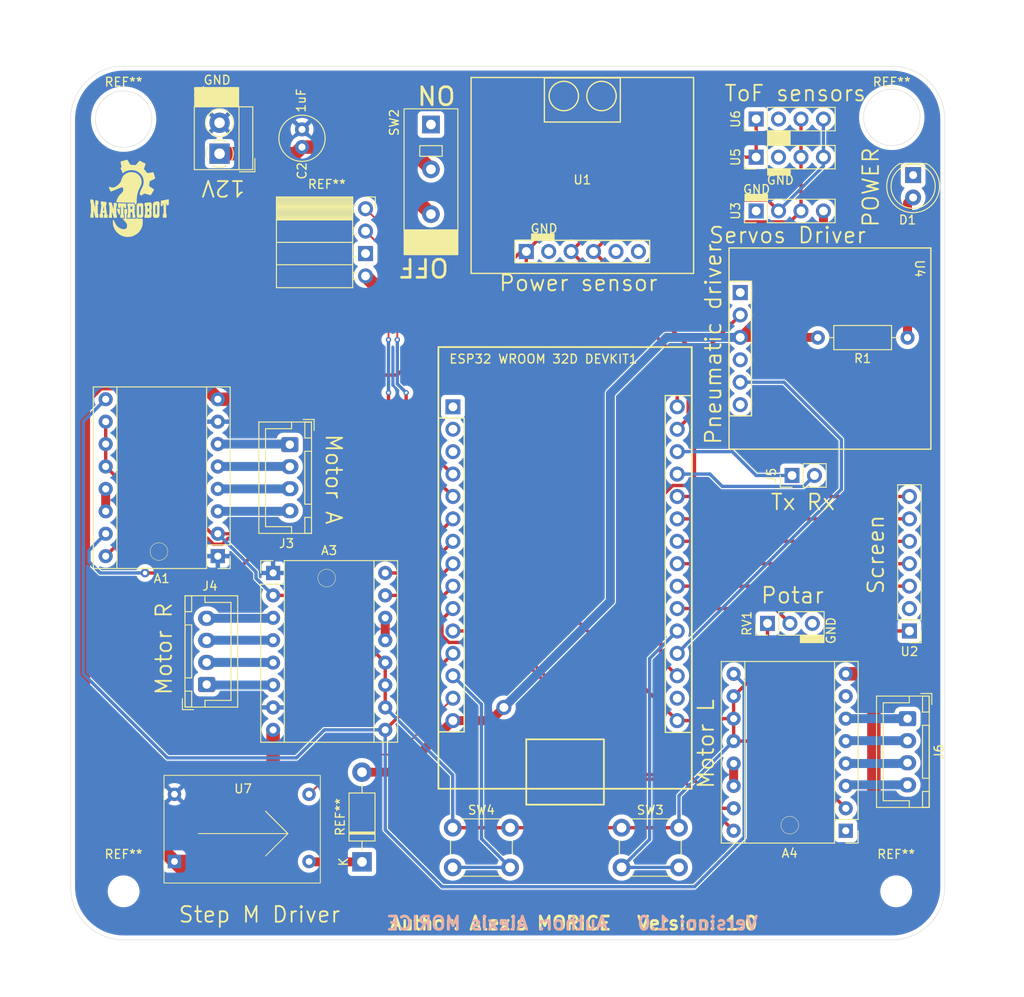
<source format=kicad_pcb>
(kicad_pcb (version 20241229) (generator "pcbnew") (generator_version "9.0")
  (title_block (title "Main robot pcb") (date "2025-02-21") (rev "v1.0") (comment 4 "Author: Alexis MORICE"))
  (layers (0 "F.Cu" signal) (2 "B.Cu" signal) (13 "F.Paste" user) (15 "B.Paste" user) (5 "F.SilkS" user "F.Silkscreen") (7 "B.SilkS" user "B.Silkscreen") (1 "F.Mask" user) (3 "B.Mask" user) (25 "Edge.Cuts" user))
  (net 0 "")
  (net 1 "Net-(A4-DIR)")
  (net 2 "potentiometer")
  (net 3 "Net-(A4-~{RESET})")
  (net 8 "GND")
  (net 9 "VCC")
  (net 10 "Net-(A1-DIR)")
  (net 11 "Net-(A1-STEP)")
  (net 12 "Net-(A2-SDA)")
  (net 13 "Net-(A3-STEP)")
  (net 14 "Net-(A3-DIR)")
  (net 16 "Net-(A1-2B)")
  (net 17 "Net-(A1-~{RESET})")
  (net 18 "Net-(A1-1B)")
  (net 19 "Net-(A1-1A)")
  (net 20 "Net-(A1-2A)")
  (net 21 "Net-(A3-~{RESET})")
  (net 22 "Net-(A3-2A)")
  (net 23 "Net-(A3-1B)")
  (net 24 "Net-(A3-1A)")
  (net 25 "Net-(A3-2B)")
  (net 26 "Net-(ESP32 WROOM 32D DEVKIT1-D18)")
  (net 27 "Net-(ESP32 WROOM 32D DEVKIT1-D19)")
  (net 28 "Net-(ESP32 WROOM 32D DEVKIT1-D5)")
  (net 29 "Net-(ESP32 WROOM 32D DEVKIT1-D21)")
  (net 30 "Net-(ESP32 WROOM 32D DEVKIT1-D22)")
  (net 31 "Net-(ESP32 WROOM 32D DEVKIT1-D17)")
  (net 32 "Net-(J1-Pin_1)")
  (net 33 "+5V")
  (net 35 "Net-(A4-STEP)")
  (net 36 "Net-(ESP32 WROOM 32D DEVKIT1-D15)")
  (net 37 "Net-(D1-A)")
  (footprint "ECN:A4988" (layer "F.Cu") (at 106.67 96.52 180)
    (property "Reference" "A1")
    (property "Value" "Pololu_Breakout_A4988")
  )
  (footprint "Connector_JST:JST_XH_B4B-XH-A_1x04_P2.50mm_Vertical" (layer "F.Cu") (at 114.825 83.88 -90)
    (property "Reference" "J3")
    (property "Value" "Conn_01x04_Socket")
  )
  (footprint "Connector_JST:JST_XH_B4B-XH-A_1x04_P2.50mm_Vertical" (layer "F.Cu") (at 105.41 111.065 90)
    (property "Reference" "J4")
    (property "Value" "Conn_01x04_Socket")
  )
  (footprint "Connector_PinHeader_2.54mm:PinHeader_1x03_P2.54mm_Vertical" (layer "F.Cu") (at 168.925 104.14 90)
    (property "Reference" "RV1")
    (property "Value" "R_Potentiometer")
  )
  (footprint "Button_Switch_THT:SW_XKB_DM1-16UP-1" (layer "F.Cu") (at 130.81 47.61 -90)
    (property "Reference" "SW2")
    (property "Value" "SW_SPDT" (hide yes))
  )
  (footprint "Connector_PinHeader_2.54mm:PinHeader_1x04_P2.54mm_Vertical" (layer "F.Cu") (at 167.64 51.308 90)
    (property "Reference" "U5")
    (property "Value" "VL6180X")
  )
  (footprint "Connector_PinHeader_2.54mm:PinHeader_1x04_P2.54mm_Vertical" (layer "F.Cu") (at 167.64 57.404 90)
    (property "Reference" "U3")
    (property "Value" "PCA9685")
  )
  (footprint "ECN:A4988" (layer "F.Cu") (at 177.79 127.635 180)
    (property "Reference" "A4")
    (property "Value" "Pololu_Breakout_A4988")
  )
  (footprint "MountingHole:MountingHole_3.2mm_M3" (layer "F.Cu") (at 183.5 134.5)
    (property "Reference" "REF**")
    (property "Value" "MountingHole_3.2mm_M3")
  )
  (footprint "ECN:INA219 DC current sensor" (layer "F.Cu") (at 147.955 54.38)
    (property "Reference" "U1")
    (property "Value" "INA219")
  )
  (footprint "Connector_PinHeader_2.54mm:PinHeader_1x04_P2.54mm_Vertical" (layer "F.Cu") (at 167.64 46.99 90)
    (property "Reference" "U6")
    (property "Value" "VL6180X")
  )
  (footprint "Button_Switch_THT:SW_PUSH_6mm" (layer "F.Cu") (at 133.275 127.29)
    (property "Reference" "SW4")
    (property "Value" "SW_Push")
  )
  (footprint "ECN:L9110" (layer "F.Cu") (at 165.84 73 -90)
    (property "Reference" "U4")
    (property "Value" "L9110")
  )
  (footprint "Diode_THT:D_DO-41_SOD81_P10.16mm_Horizontal" (layer "F.Cu") (at 123 131.16 90)
    (property "Reference" "REF**")
    (property "Value" "D_DO-41_SOD81_P10.16mm_Horizontal")
  )
  (footprint "MountingHole:MountingHole_3.2mm_M3" (layer "F.Cu") (at 96 47)
    (property "Reference" "REF**")
    (property "Value" "MountingHole_3.2mm_M3")
  )
  (footprint "ECN:4R7" (layer "F.Cu") (at 109.530322 127.960092)
    (property "Reference" "U7")
    (property "Value" "4R7")
  )
  (footprint "ECN:A4988" (layer "F.Cu") (at 112.93 98.425)
    (property "Reference" "A3")
    (property "Value" "Pololu_Breakout_A4988")
  )
  (footprint "Connector_PinHeader_2.54mm:PinHeader_1x07_P2.54mm_Vertical" (layer "F.Cu") (at 185 104.999 180)
    (property "Reference" "U2")
    (property "Value" "GC9A01")
  )
  (footprint "LED_THT:LED_D5.0mm" (layer "F.Cu") (at 185.42 53.34 -90)
    (property "Reference" "D1")
    (property "Value" "LED")
  )
  (footprint "Connector_PinSocket_2.54mm:PinSocket_1x04_P2.54mm_Horizontal" (layer "F.Cu") (at 123.4 57.15)
    (property "Reference" "REF**")
    (property "Value" "PinSocket_1x04_P2.54mm_Horizontal")
  )
  (footprint "Connector_JST:JST_XH_B4B-XH-A_1x04_P2.50mm_Vertical" (layer "F.Cu") (at 184.785 114.935 -90)
    (property "Reference" "J6")
    (property "Value" "Conn_01x04_Socket")
  )
  (footprint "MountingHole:MountingHole_3.2mm_M3" (layer "F.Cu") (at 183 47)
    (property "Reference" "REF**")
    (property "Value" "MountingHole_3.2mm_M3")
  )
  (footprint "MountingHole:MountingHole_3.2mm_M3" (layer "F.Cu") (at 96 134.5)
    (property "Reference" "REF**")
    (property "Value" "MountingHole_3.2mm_M3")
  )
  (footprint "TerminalBlock_MetzConnect:TerminalBlock_MetzConnect_Type059_RT06302HBWC_1x02_P3.50mm_Horizontal" (layer "F.Cu") (at 106.865 50.915 90)
    (property "Reference" "J1")
    (property "Value" "Screw_Terminal_01x02")
  )
  (footprint "Resistor_THT:R_Axial_DIN0207_L6.3mm_D2.5mm_P10.16mm_Horizontal" (layer "F.Cu") (at 184.785 71.755 180)
    (property "Reference" "R1")
    (property "Value" "330")
  )
  (footprint "Symbol:Symbol_CC-ShareAlike_CopperTop_Small" (layer "F.Cu") (at 98 107)
    (property "Reference" "REF**" (hide yes))
    (property "Value" "Symbol_CC-ShareAlike_CopperTop_Small" (hide yes))
  )
  (footprint "Capacitor_THT:C_Radial_D5.0mm_H11.0mm_P2.00mm" (layer "F.Cu") (at 116.205 48.165 -90)
    (property "Reference" "C2")
    (property "Value" "1uF")
  )
  (footprint "Connector_PinHeader_2.54mm:PinHeader_1x02_P2.54mm_Vertical" (layer "F.Cu") (at 171.704 87.376 90)
    (property "Reference" "J5")
    (property "Value" "Conn_01x02_Socket")
  )
  (footprint "Button_Switch_THT:SW_PUSH_6mm" (layer "F.Cu") (at 152.4 127.29)
    (property "Reference" "SW3")
    (property "Value" "SW_Push")
  )
  (footprint "ECN:ESP32 WROOM 32D" (layer "F.Cu") (at 146 97.379)
    (property "Reference" "ESP32 WROOM 32D DEVKIT1")
    (property "Value" "~")
  )
  (footprint "Symbol:Symbol_CC-ShareAlike_CopperTop_Small" (layer "B.Cu") (at 162 111 180)
    (property "Reference" "REF**" (hide yes))
    (property "Value" "Symbol_CC-ShareAlike_CopperTop_Small" (hide yes))
  )
  (gr_poly (pts (xy 92.262021 56.074809) (xy 92.265392 56.07508) (xy 92.269013 56.075578) (xy 92.272892 56.076263) (xy 92.281461 56.078048) (xy 92.446561 56.114032) (xy 92.565095 56.137315) (xy 92.668811 56.586048) (xy 92.772528 57.034782) (xy 92.783111 56.609332) (xy 92.793695 56.183882) (xy 92.963028 56.217749) (xy 93.132361 56.251615) (xy 93.138711 56.459048) (xy 93.139425 56.492421) (xy 93.139952 56.522036) (xy 93.140255 56.548103) (xy 93.140299 56.570835) (xy 93.140211 56.581015) (xy 93.140045 56.590441) (xy 93.139794 56.599138) (xy 93.139455 56.607133) (xy 93.139024 56.614451) (xy 93.138494 56.62112) (xy 93.137862 56.627166) (xy 93.137124 56.632615) (xy 93.136273 56.637494) (xy 93.135307 56.641828) (xy 93.134219 56.645645) (xy 93.133006 56.64897) (xy 93.132351 56.650456) (xy 93.131663 56.65183) (xy 93.130941 56.653094) (xy 93.130185 56.654251) (xy 93.129394 56.655305) (xy 93.128567 56.65626) (xy 93.127704 56.657118) (xy 93.126805 56.657883) (xy 93.125869 56.658558) (xy 93.124894 56.659146) (xy 93.123882 56.659651) (xy 93.12283 56.660076) (xy 93.121739 56.660424) (xy 93.120608 56.660699) (xy 93.119436 56.660904) (xy 93.118223 56.661041) (xy 93.11567 56.661129) (xy 93.112945 56.66099) (xy 93.110044 56.660648) (xy 93.106961 56.660132) (xy 93.101651 56.659542) (xy 93.09682 56.659383) (xy 93.092455 56.65969) (xy 93.090442 56.660028) (xy 93.08854 56.660496) (xy 93.086746 56.661096) (xy 93.085058 56.661834) (xy 93.083476 56.662715) (xy 93.081995 56.663741) (xy 93.080616 56.664917) (xy 93.079336 56.666249) (xy 93.078152 56.667739) (xy 93.077063 56.669392) (xy 93.076068 56.671213) (xy 93.075163 56.673206) (xy 93.074348 56.675374) (xy 93.07362 56.677723) (xy 93.072417 56.682978) (xy 93.07154 56.689005) (xy 93.070973 56.695838) (xy 93.070701 56.703512) (xy 93.070708 56.712059) (xy 93.070978 56.721516) (xy 93.075211 57.278198) (xy 93.076844 57.418837) (xy 93.077746 57.477968) (xy 93.07875 57.530181) (xy 93.079891 57.575883) (xy 93.081202 57.61548) (xy 93.082717 57.649379) (xy 93.083563 57.664318) (xy 93.084472 57.677984) (xy 93.085449 57.690429) (xy 93.086499 57.701703) (xy 93.087626 57.711857) (xy 93.088833 57.720942) (xy 93.090126 57.729008) (xy 93.091509 57.736106) (xy 93.092985 57.742287) (xy 93.094559 57.747603) (xy 93.096236 57.752102) (xy 93.098019 57.755837) (xy 93.099913 57.758858) (xy 93.101922 57.761216) (xy 93.10405 57.762962) (xy 93.106302 57.764146) (xy 93.108682 57.764819) (xy 93.111195 57.765032) (xy 93.115737 57.765476) (xy 93.119851 57.766901) (xy 93.123557 57.769441) (xy 93.126871 57.773234) (xy 93.129814 57.778416) (xy 93.132403 57.785124) (xy 93.134657 57.793493) (xy 93.136595 57.803661) (xy 93.138235 57.815764) (xy 93.139596 57.829938) (xy 93.141556 57.865044) (xy 93.142622 57.910073) (xy 93.142945 57.966115) (xy 93.142945 58.167198) (xy 92.791578 58.167198) (xy 92.702678 57.790432) (xy 92.66557 57.641935) (xy 92.632828 57.513678) (xy 92.608023 57.419552) (xy 92.599714 57.389629) (xy 92.594728 57.373449) (xy 92.592843 57.371308) (xy 92.591156 57.373486) (xy 92.589668 57.379788) (xy 92.588378 57.390018) (xy 92.586394 57.421483) (xy 92.585203 57.466317) (xy 92.585203 57.589845) (xy 92.588378 57.748099) (xy 92.598961 58.167198) (xy 92.232778 58.167198) (xy 92.232778 57.944949) (xy 92.232856 57.912106) (xy 92.2331 57.882528) (xy 92.233531 57.856056) (xy 92.234167 57.832534) (xy 92.234567 57.821829) (xy 92.235026 57.811802) (xy 92.235545 57.802433) (xy 92.236127 57.793702) (xy 92.236773 57.78559) (xy 92.237488 57.778077) (xy 92.238272 57.771142) (xy 92.239128 57.764767) (xy 92.240059 57.758932) (xy 92.241066 57.753616) (xy 92.242152 57.7488) (xy 92.24332 57.744465) (xy 92.244571 57.740589) (xy 92.245909 57.737155) (xy 92.247335 57.734141) (xy 92.248851 57.731529) (xy 92.250461 57.729298) (xy 92.251301 57.728319) (xy 92.252166 57.727428) (xy 92.253055 57.726623) (xy 92.253969 57.725901) (xy 92.254907 57.725259) (xy 92.255871 57.724695) (xy 92.256861 57.724207) (xy 92.257876 57.723792) (xy 92.259986 57.723171) (xy 92.262202 57.722813) (xy 92.264528 57.722698) (xy 92.269419 57.721668) (xy 92.273792 57.718221) (xy 92.277676 57.711829) (xy 92.281097 57.701962) (xy 92.286666 57.669679) (xy 92.290722 57.61713) (xy 92.293487 57.540074) (xy 92.295187 57.43427) (xy 92.296278 57.119449) (xy 92.296042 56.943422) (xy 92.295706 56.869636) (xy 92.295187 56.804628) (xy 92.294456 56.747867) (xy 92.293487 56.698823) (xy 92.292252 56.656967) (xy 92.290722 56.621767) (xy 92.289837 56.606498) (xy 92.288869 56.592695) (xy 92.287813 56.58029) (xy 92.286666 56.569219) (xy 92.285425 56.559414) (xy 92.284085 56.550809) (xy 92.282644 56.543338) (xy 92.281097 56.536935) (xy 92.279443 56.531534) (xy 92.277676 56.527068) (xy 92.275794 56.52347) (xy 92.273792 56.520676) (xy 92.271669 56.518618) (xy 92.269419 56.51723) (xy 92.26704 56.516445) (xy 92.264528 56.516199) (xy 92.259986 56.515725) (xy 92.255871 56.514198) (xy 92.252166 56.511455) (xy 92.248851 56.507335) (xy 92.245909 56.501678) (xy 92.24332 56.494321) (xy 92.241066 56.485104) (xy 92.239128 56.473865) (xy 92.237488 56.460444) (xy 92.236127 56.444679) (xy 92.234167 56.405471) (xy 92.2331 56.354952) (xy 92.232778 56.291832) (xy 92.232873 56.218402) (xy 92.233099 56.188666) (xy 92.233539 56.163178) (xy 92.233861 56.151932) (xy 92.234264 56.141634) (xy 92.234755 56.132246) (xy 92.235345 56.12373) (xy 92.236042 56.116049) (xy 92.236855 56.109163) (xy 92.237792 56.103035) (xy 92.238863 56.097628) (xy 92.240077 56.092902) (xy 92.241443 56.088821) (xy 92.242968 56.085346) (xy 92.243794 56.083824) (xy 92.244664 56.082439) (xy 92.245577 56.081187) (xy 92.246537 56.080062) (xy 92.247543 56.079061) (xy 92.248598 56.078178) (xy 92.249701 56.077408) (xy 92.250855 56.076747) (xy 92.252059 56.076191) (xy 92.253316 56.075733) (xy 92.254627 56.07537) (xy 92.255992 56.075097) (xy 92.258891 56.074802)) (stroke (width -0.000001)) (fill yes) (layer "F.SilkS"))
  (gr_rect (start 172.638 105.47) (end 175.335 106.325) (stroke (width 0.1)) (fill yes) (layer "F.SilkS"))
  (gr_circle (center 119 99) (end 119 98) (stroke (width 0.05)) (fill no) (layer "F.SilkS"))
  (gr_poly (pts (xy 97.204828 56.641082) (xy 97.270444 56.723632) (xy 97.270444 57.005148) (xy 97.269427 57.078619) (xy 97.267865 57.140879) (xy 97.266832 57.168084) (xy 97.265608 57.19282) (xy 97.264172 57.215201) (xy 97.262507 57.235336) (xy 97.260594 57.253338) (xy 97.258414 57.269318) (xy 97.255949 57.283389) (xy 97.253181 57.295661) (xy 97.250089 57.306246) (xy 97.246657 57.315257) (xy 97.244807 57.319206) (xy 97.242865 57.322803) (xy 97.240828 57.326063) (xy 97.238695 57.328998) (xy 97.23423 57.335088) (xy 97.230361 57.34071) (xy 97.227086 57.345942) (xy 97.224407 57.35086) (xy 97.223291 57.353226) (xy 97.222324 57.355542) (xy 97.221505 57.357819) (xy 97.220836 57.360067) (xy 97.220315 57.362294) (xy 97.219943 57.36451) (xy 97.219719 57.366726) (xy 97.219645 57.368951) (xy 97.219719 57.371194) (xy 97.219943 57.373466) (xy 97.220315 57.375775) (xy 97.220836 57.378133) (xy 97.221505 57.380547) (xy 97.222324 57.383029) (xy 97.223291 57.385587) (xy 97.224407 57.388232) (xy 97.227086 57.39382) (xy 97.230361 57.39987) (xy 97.23423 57.406459) (xy 97.238695 57.413665) (xy 97.242888 57.419723) (xy 97.246744 57.426808) (xy 97.250271 57.434952) (xy 97.253478 57.444192) (xy 97.256376 57.454559) (xy 97.258973 57.46609) (xy 97.261278 57.478817) (xy 97.263301 57.492776) (xy 97.266538 57.524522) (xy 97.268758 57.561601) (xy 97.270035 57.604285) (xy 97.270444 57.652849) (xy 97.270522 57.681569) (xy 97.270767 57.707493) (xy 97.271198 57.730751) (xy 97.271489 57.74142) (xy 97.271834 57.751472) (xy 97.272234 57.760922) (xy 97.272692 57.769787) (xy 97.273211 57.778083) (xy 97.273793 57.785826) (xy 97.27444 57.793033) (xy 97.275154 57.79972) (xy 97.275938 57.805903) (xy 97.276795 57.811599) (xy 97.277725 57.816823) (xy 97.278733 57.821592) (xy 97.279819 57.825922) (xy 97.280987 57.82983) (xy 97.282238 57.833332) (xy 97.283576 57.836444) (xy 97.285002 57.839182) (xy 97.286518 57.841563) (xy 97.288128 57.843602) (xy 97.288968 57.8445) (xy 97.289833 57.845317) (xy 97.290722 57.846058) (xy 97.291635 57.846724) (xy 97.292574 57.847317) (xy 97.293538 57.847838) (xy 97.295543 57.848677) (xy 97.297652 57.849255) (xy 97.299869 57.84959) (xy 97.302194 57.849699) (xy 97.306737 57.850112) (xy 97.310851 57.851418) (xy 97.314557 57.853717) (xy 97.317871 57.857107) (xy 97.320814 57.861687) (xy 97.323403 57.867558) (xy 97.325657 57.874817) (xy 97.327595 57.883565) (xy 97.329235 57.8939) (xy 97.330596 57.905922) (xy 97.331697 57.91973) (xy 97.332555 57.935423) (xy 97.333622 57.972862) (xy 97.333944 58.019032) (xy 97.333944 58.188365) (xy 96.995278 58.188365) (xy 96.995278 57.896265) (xy 96.994881 57.826192) (xy 96.994385 57.794532) (xy 96.993691 57.765098) (xy 96.992798 57.737872) (xy 96.991706 57.712835) (xy 96.990416 57.689968) (xy 96.988928 57.669253) (xy 96.987241 57.650671) (xy 96.985356 57.634204) (xy 96.983273 57.619833) (xy 96.980991 57.607539) (xy 96.97851 57.597304) (xy 96.975831 57.589109) (xy 96.974417 57.585771) (xy 96.972954 57.582936) (xy 96.971441 57.580602) (xy 96.969878 57.578766) (xy 96.966736 57.576039) (xy 96.9629 57.57342) (xy 96.958418 57.570919) (xy 96.953342 57.568546) (xy 96.947719 57.566309) (xy 96.941601 57.564217) (xy 96.935036 57.562281) (xy 96.928074 57.560509) (xy 96.920765 57.558911) (xy 96.913158 57.557495) (xy 96.905303 57.556272) (xy 96.89725 57.55525) (xy 96.889048 57.55444) (xy 96.880747 57.553849) (xy 96.872396 57.553488) (xy 96.864045 57.553365) (xy 96.783611 57.553365) (xy 96.783611 58.188365) (xy 96.423778 58.188365) (xy 96.423778 58.019032) (xy 96.423856 57.994806) (xy 96.424101 57.972862) (xy 96.424532 57.953101) (xy 96.424823 57.944008) (xy 96.425167 57.935423) (xy 96.425568 57.927335) (xy 96.426026 57.91973) (xy 96.426545 57.912597) (xy 96.427127 57.905922) (xy 96.427774 57.899694) (xy 96.428488 57.8939) (xy 96.429272 57.888528) (xy 96.430128 57.883565) (xy 96.431059 57.878999) (xy 96.432066 57.874817) (xy 96.433153 57.871008) (xy 96.43432 57.867558) (xy 96.435572 57.864455) (xy 96.436909 57.861687) (xy 96.438335 57.859242) (xy 96.439852 57.857107) (xy 96.441461 57.855269) (xy 96.442302 57.854458) (xy 96.443166 57.853717) (xy 96.444055 57.853044) (xy 96.444969 57.852437) (xy 96.445907 57.851896) (xy 96.446871 57.851418) (xy 96.448876 57.850647) (xy 96.450986 57.850112) (xy 96.453202 57.8498) (xy 96.455528 57.849699) (xy 96.460419 57.848838) (xy 96.464793 57.84599) (xy 96.468676 57.840755) (xy 96.472098 57.832732) (xy 96.475085 57.821522) (xy 96.477666 57.806724) (xy 96.481722 57.764767) (xy 96.484488 57.703661) (xy 96.486187 57.620206) (xy 96.487278 57.373449) (xy 96.487224 57.300779) (xy 96.487042 57.235696) (xy 96.486797 57.193532) (xy 96.783611 57.193532) (xy 96.864045 57.193532) (xy 96.872396 57.193409) (xy 96.880747 57.193048) (xy 96.889048 57.192458) (xy 96.89725 57.191647) (xy 96.905303 57.190625) (xy 96.913158 57.189402) (xy 96.920765 57.187987) (xy 96.928074 57.186388) (xy 96.935036 57.184616) (xy 96.941601 57.18268) (xy 96.947719 57.180588) (xy 96.953342 57.178351) (xy 96.958418 57.175978) (xy 96.9629 57.173477) (xy 96.966736 57.170859) (xy 96.968397 57.169508) (xy 96.969878 57.168131) (xy 96.97332 57.164207) (xy 96.976504 57.159609) (xy 96.979431 57.154381) (xy 96.982103 57.148569) (xy 96.984522 57.142217) (xy 96.986691 57.135371) (xy 96.990284 57.120374) (xy 96.992898 57.103939) (xy 96.994547 57.086425) (xy 96.995247 57.068192) (xy 96.995014 57.049598) (xy 96.993863 57.031005) (xy 96.99181 57.012772) (xy 96.98887 56.995257) (xy 96.985059 56.978822) (xy 96.980392 56.963826) (xy 96.974885 56.950628) (xy 96.971821 56.944815) (xy 96.968553 56.939587) (xy 96.965082 56.934989) (xy 96.961411 56.931065) (xy 96.957874 56.927545) (xy 96.953652 56.92414) (xy 96.948803 56.920866) (xy 96.943387 56.917737) (xy 96.937462 56.914769) (xy 96.931088 56.911978) (xy 96.924323 56.909379) (xy 96.917226 56.906988) (xy 96.909857 56.90482) (xy 96.902273 56.902891) (xy 96.894534 56.901216) (xy 96.8867 56.899811) (xy 96.878828 56.898692) (xy 96.870978 56.897872) (xy 96.863208 56.89737) (xy 96.855578 56.897199) (xy 96.783611 56.897199) (xy 96.783611 57.193532) (xy 96.486797 57.193532) (xy 96.486706 57.1778) (xy 96.486187 57.126692) (xy 96.485457 57.08197) (xy 96.484488 57.043236) (xy 96.483252 57.010089) (xy 96.482526 56.995486) (xy 96.481722 56.98213) (xy 96.480838 56.96997) (xy 96.479869 56.958958) (xy 96.478813 56.949042) (xy 96.477666 56.940173) (xy 96.476425 56.932301) (xy 96.475085 56.925375) (xy 96.473644 56.919347) (xy 96.472098 56.914165) (xy 96.470443 56.90978) (xy 96.468676 56.906142) (xy 96.466794 56.903201) (xy 96.464793 56.900907) (xy 96.462669 56.899209) (xy 96.460419 56.898059) (xy 96.45804 56.897405) (xy 96.455528 56.897199) (xy 96.450986 56.896785) (xy 96.446871 56.895479) (xy 96.443166 56.89318) (xy 96.439852 56.88979) (xy 96.436909 56.88521) (xy 96.43432 56.879339) (xy 96.432066 56.87208) (xy 96.430128 56.863332) (xy 96.428488 56.852997) (xy 96.427127 56.840975) (xy 96.426026 56.827167) (xy 96.425167 56.811474) (xy 96.424101 56.774035) (xy 96.423778 56.727865) (xy 96.423778 56.558532) (xy 97.139212 56.558532)) (stroke (width -0.000001)) (fill yes) (layer "F.SilkS"))
  (gr_poly (pts (xy 99.061882 56.412994) (xy 99.063278 56.414499) (xy 99.067891 56.420287) (xy 99.074688 56.429448) (xy 99.08337 56.441586) (xy 99.105198 56.473204) (xy 99.130995 56.511965) (xy 99.152653 56.546233) (xy 99.161416 56.561316) (xy 99.168929 56.575763) (xy 99.175289 56.590123) (xy 99.180592 56.604945) (xy 99.184933 56.620779) (xy 99.188409 56.638171) (xy 99.191117 56.657672) (xy 99.193151 56.679831) (xy 99.194609 56.705195) (xy 99.195586 56.734314) (xy 99.196483 56.806012) (xy 99.196611 56.899315) (xy 99.196285 56.977669) (xy 99.195844 57.01162) (xy 99.195189 57.042355) (xy 99.194299 57.070077) (xy 99.193151 57.094987) (xy 99.191724 57.117286) (xy 99.189997 57.137176) (xy 99.187947 57.154858) (xy 99.185553 57.170534) (xy 99.182792 57.184405) (xy 99.179645 57.196674) (xy 99.176088 57.207541) (xy 99.1721 57.217208) (xy 99.167659 57.225877) (xy 99.162744 57.233749) (xy 99.157882 57.240703) (xy 99.153608 57.247313) (xy 99.149917 57.253631) (xy 99.146803 57.259711) (xy 99.14426 57.265605) (xy 99.1432 57.268498) (xy 99.142281 57.271365) (xy 99.141501 57.274212) (xy 99.14086 57.277045) (xy 99.140356 57.279871) (xy 99.13999 57.282697) (xy 99.139761 57.285528) (xy 99.139667 57.288373) (xy 99.139708 57.291237) (xy 99.139883 57.294127) (xy 99.140191 57.29705) (xy 99.140632 57.300012) (xy 99.141908 57.306079) (xy 99.143706 57.312382) (xy 99.146018 57.318973) (xy 99.148838 57.325905) (xy 99.152161 57.333231) (xy 99.154515 57.340505) (xy 99.156808 57.350342) (xy 99.161157 57.377251) (xy 99.165109 57.413041) (xy 99.168565 57.456792) (xy 99.171426 57.507588) (xy 99.173592 57.564511) (xy 99.174965 57.626642) (xy 99.175444 57.693065) (xy 99.175444 57.999981) (xy 99.111944 58.095232) (xy 99.046328 58.188365) (xy 98.345712 58.188365) (xy 98.358411 58.122749) (xy 98.36078 58.107204) (xy 98.363075 58.088088) (xy 98.36522 58.066194) (xy 98.367143 58.042315) (xy 98.368767 58.017246) (xy 98.37002 57.99178) (xy 98.370826 57.96671) (xy 98.371111 57.942832) (xy 98.371212 57.927247) (xy 98.37152 57.913004) (xy 98.371755 57.906372) (xy 98.372046 57.900058) (xy 98.372393 57.894056) (xy 98.372798 57.888361) (xy 98.373262 57.882966) (xy 98.373785 57.877867) (xy 98.37437 57.873056) (xy 98.375018 57.868529) (xy 98.375729 57.86428) (xy 98.376505 57.860302) (xy 98.377346 57.85659) (xy 98.378255 57.853138) (xy 98.379232 57.84994) (xy 98.380278 57.846991) (xy 98.381395 57.844285) (xy 98.382583 57.841815) (xy 98.383845 57.839576) (xy 98.38518 57.837562) (xy 98.386591 57.835768) (xy 98.388078 57.834187) (xy 98.389642 57.832814) (xy 98.391285 57.831643) (xy 98.393008 57.830668) (xy 98.394812 57.829884) (xy 98.396698 57.829284) (xy 98.398668 57.828862) (xy 98.400722 57.828614) (xy 98.402861 57.828532) (xy 98.407752 57.827669) (xy 98.412126 57.824803) (xy 98.416009 57.819519) (xy 98.419431 57.8114) (xy 98.422418 57.800032) (xy 98.425 57.785) (xy 98.429055 57.742278) (xy 98.431821 57.679911) (xy 98.432191 57.661315) (xy 98.709778 57.661315) (xy 98.709778 57.807365) (xy 98.779628 57.807365) (xy 98.786814 57.807243) (xy 98.794052 57.806882) (xy 98.801296 57.806291) (xy 98.808501 57.80548) (xy 98.815618 57.804459) (xy 98.822602 57.803235) (xy 98.829406 57.80182) (xy 98.835984 57.800222) (xy 98.84229 57.79845) (xy 98.848275 57.796513) (xy 98.853895 57.794422) (xy 98.859103 57.792185) (xy 98.863851 57.789811) (xy 98.868094 57.787311) (xy 98.871786 57.784692) (xy 98.87341 57.783342) (xy 98.874879 57.781965) (xy 98.877954 57.778317) (xy 98.880832 57.773761) (xy 98.883511 57.768359) (xy 98.885991 57.762171) (xy 98.890357 57.747679) (xy 98.893928 57.730768) (xy 98.896707 57.711923) (xy 98.898691 57.691627) (xy 98.899881 57.670363) (xy 98.900278 57.648615) (xy 98.899881 57.626868) (xy 98.898691 57.605604) (xy 98.896707 57.585308) (xy 98.893928 57.566462) (xy 98.890357 57.549552) (xy 98.885991 57.53506) (xy 98.883511 57.528872) (xy 98.880832 57.52347) (xy 98.877954 57.518914) (xy 98.874879 57.515266) (xy 98.870292 57.510775) (xy 98.865969 57.506824) (xy 98.861777 57.503406) (xy 98.857581 57.500515) (xy 98.853249 57.498145) (xy 98.848647 57.49629) (xy 98.843642 57.494943) (xy 98.838101 57.494099) (xy 98.83189 57.49375) (xy 98.824876 57.493892) (xy 98.816926 57.494517) (xy 98.807906 57.49562) (xy 98.797683 57.497194) (xy 98.786123 57.499233) (xy 98.758462 57.504682) (xy 98.75059 57.506348) (xy 98.743608 57.508287) (xy 98.737463 57.510672) (xy 98.732102 57.513678) (xy 98.727474 57.517477) (xy 98.723524 57.522244) (xy 98.720201 57.528151) (xy 98.717451 57.535373) (xy 98.715222 57.544084) (xy 98.713461 57.554457) (xy 98.712116 57.566665) (xy 98.711134 57.580882) (xy 98.710462 57.597282) (xy 98.710047 57.616038) (xy 98.709778 57.661315) (xy 98.432191 57.661315) (xy 98.43352 57.594574) (xy 98.434611 57.341699) (xy 98.434557 57.267166) (xy 98.434376 57.200453) (xy 98.434039 57.141144) (xy 98.43352 57.088823) (xy 98.43279 57.043076) (xy 98.431821 57.003487) (xy 98.431186 56.986099) (xy 98.709778 56.986099) (xy 98.709778 57.130032) (xy 98.779628 57.130032) (xy 98.786814 57.129909) (xy 98.794052 57.129548) (xy 98.801296 57.128957) (xy 98.808501 57.128147) (xy 98.815618 57.127125) (xy 98.822602 57.125902) (xy 98.829406 57.124487) (xy 98.835984 57.122888) (xy 98.84229 57.121116) (xy 98.848275 57.11918) (xy 98.853895 57.117089) (xy 98.859103 57.114852) (xy 98.863851 57.112478) (xy 98.868094 57.109977) (xy 98.871786 57.107359) (xy 98.87341 57.106008) (xy 98.874879 57.104632) (xy 98.87721 57.101819) (xy 98.87944 57.098174) (xy 98.883585 57.088587) (xy 98.887296 57.076266) (xy 98.890555 57.061604) (xy 98.893342 57.044994) (xy 98.89564 57.026832) (xy 98.897429 57.007509) (xy 98.898691 56.987421) (xy 98.899407 56.966961) (xy 98.899559 56.946522) (xy 98.899128 56.926499) (xy 98.898095 56.907285) (xy 98.896443 56.889275) (xy 98.894151 56.872861) (xy 98.891203 56.858437) (xy 98.887578 56.846398) (xy 98.886071 56.84328) (xy 98.883957 56.840278) (xy 98.881273 56.837397) (xy 98.878057 56.834641) (xy 98.874347 56.832016) (xy 98.870179 56.829525) (xy 98.860624 56.824967) (xy 98.849692 56.821005) (xy 98.837684 56.817675) (xy 98.8249 56.815014) (xy 98.811643 56.813061) (xy 98.798211 56.811852) (xy 98.784907 56.811424) (xy 98.772031 56.811815) (xy 98.759883 56.813061) (xy 98.748765 56.815201) (xy 98.743686 56.816617) (xy 98.738977 56.81827) (xy 98.734676 56.820165) (xy 98.73082 56.822307) (xy 98.727447 56.8247) (xy 98.724595 56.827349) (xy 98.723033 56.829294) (xy 98.721527 56.832694) (xy 98.720083 56.837464) (xy 98.718708 56.843521) (xy 98.716186 56.859161) (xy 98.714011 56.878942) (xy 98.712234 56.902197) (xy 98.710902 56.928254) (xy 98.710067 56.956445) (xy 98.709778 56.986099) (xy 98.431186 56.986099) (xy 98.430585 56.96964) (xy 98.429859 56.95474) (xy 98.429055 56.94112) (xy 98.428171 56.928727) (xy 98.427202 56.917511) (xy 98.426147 56.907418) (xy 98.425 56.898398) (xy 98.423758 56.890397) (xy 98.422418 56.883365) (xy 98.420977 56.877249) (xy 98.419431 56.871997) (xy 98.417776 56.867558) (xy 98.416009 56.863879) (xy 98.414127 56.860908) (xy 98.412126 56.858594) (xy 98.410002 56.856885) (xy 98.407752 56.855728) (xy 98.405373 56.855073) (xy 98.402861 56.854865) (xy 98.398319 56.854449) (xy 98.394204 56.853125) (xy 98.390499 56.850777) (xy 98.387185 56.847292) (xy 98.384242 56.842553) (xy 98.381653 56.836448) (xy 98.379399 56.82886) (xy 98.377461 56.819676) (xy 98.375821 56.80878) (xy 98.37446 56.796057) (xy 98.373359 56.781394) (xy 98.3725 56.764675) (xy 98.371434 56.724612) (xy 98.371111 56.674949) (xy 98.371111 56.497148) (xy 98.440962 56.486565) (xy 98.488586 56.479686) (xy 98.569549 56.469632) (xy 98.671943 56.45799) (xy 98.783861 56.446349) (xy 98.891481 56.434211) (xy 98.979653 56.423859) (xy 99.03925 56.416285) (xy 99.055481 56.41385) (xy 99.059705 56.413025) (xy 99.061145 56.412481)) (stroke (width -0.000001)) (fill yes) (layer "F.SilkS"))
  (gr_poly (pts (xy 95.270903 57.025972) (xy 95.271286 57.026415) (xy 95.271672 57.027388) (xy 95.272061 57.028898) (xy 95.272845 57.033554) (xy 95.273635 57.040437) (xy 95.274428 57.049599) (xy 95.282895 57.151199) (xy 95.598278 57.151199) (xy 95.598278 57.447532) (xy 95.598201 57.490974) (xy 95.59796 57.530152) (xy 95.597539 57.565269) (xy 95.596922 57.596526) (xy 95.596095 57.624123) (xy 95.595041 57.648264) (xy 95.594425 57.659101) (xy 95.593746 57.669149) (xy 95.593002 57.678434) (xy 95.592193 57.68698) (xy 95.591315 57.694813) (xy 95.590367 57.701958) (xy 95.589347 57.708441) (xy 95.588253 57.714286) (xy 95.587083 57.719518) (xy 95.585835 57.724164) (xy 95.584507 57.728247) (xy 95.583098 57.731794) (xy 95.581604 57.734829) (xy 95.580025 57.737377) (xy 95.578359 57.739465) (xy 95.576603 57.741116) (xy 95.574755 57.742357) (xy 95.572815 57.743212) (xy 95.570778 57.743706) (xy 95.568645 57.743865) (xy 95.566685 57.743946) (xy 95.564775 57.744187) (xy 95.562915 57.744587) (xy 95.561104 57.745147) (xy 95.559343 57.745865) (xy 95.557632 57.74674) (xy 95.55597 57.747771) (xy 95.554357 57.748959) (xy 95.551282 57.751798) (xy 95.548404 57.755251) (xy 95.545725 57.759311) (xy 95.543245 57.763974) (xy 95.540963 57.769231) (xy 95.538879 57.775078) (xy 95.536994 57.781507) (xy 95.535307 57.788514) (xy 95.533819 57.796091) (xy 95.532529 57.804232) (xy 95.531438 57.812931) (xy 95.530545 57.822182) (xy 95.524195 57.902615) (xy 95.460695 57.798898) (xy 95.446895 57.773779) (xy 95.43126 57.7436) (xy 95.414335 57.709453) (xy 95.396666 57.672428) (xy 95.378798 57.633617) (xy 95.361278 57.594111) (xy 95.34465 57.555002) (xy 95.329461 57.517382) (xy 95.308237 57.463093) (xy 95.299463 57.439303) (xy 95.291824 57.417237) (xy 95.285252 57.396511) (xy 95.279678 57.376739) (xy 95.275035 57.357538) (xy 95.271253 57.338523) (xy 95.268265 57.31931) (xy 95.266003 57.299514) (xy 95.264398 57.27875) (xy 95.263382 57.256635) (xy 95.262887 57.232783) (xy 95.262844 57.20681) (xy 95.263845 57.146965) (xy 95.264734 57.109531) (xy 95.265796 57.078471) (xy 95.266385 57.065464) (xy 95.267007 57.054208) (xy 95.267661 57.044757) (xy 95.268343 57.037163) (xy 95.269049 57.031479) (xy 95.269777 57.027758) (xy 95.270148 57.02665) (xy 95.270524 57.026052) (xy 95.270713 57.025947)) (stroke (width -0.000001)) (fill yes) (layer "F.SilkS"))
  (gr_poly (pts (xy 94.474328 56.442115) (xy 94.50705 56.445468) (xy 94.53806 56.449094) (xy 94.566639 56.452868) (xy 94.592068 56.456667) (xy 94.613627 56.460367) (xy 94.622731 56.462141) (xy 94.630598 56.463844) (xy 94.637137 56.46546) (xy 94.64226 56.466974) (xy 94.645876 56.468369) (xy 94.647091 56.469018) (xy 94.647895 56.469632) (xy 94.653071 56.48) (xy 94.661918 56.503763) (xy 94.68864 56.585519) (xy 94.724095 56.702994) (xy 94.764311 56.844282) (xy 94.868028 57.204115) (xy 94.874378 56.842165) (xy 94.878611 56.480215) (xy 94.990795 56.488682) (xy 95.038552 56.492551) (xy 95.08869 56.497413) (xy 95.13486 56.502671) (xy 95.154472 56.505263) (xy 95.170711 56.507731) (xy 95.238445 56.518315) (xy 95.238445 56.696115) (xy 95.238391 56.722852) (xy 95.238209 56.746795) (xy 95.237873 56.768078) (xy 95.237638 56.777764) (xy 95.237353 56.786834) (xy 95.237016 56.795306) (xy 95.236623 56.803196) (xy 95.23617 56.810522) (xy 95.235654 56.817298) (xy 95.235072 56.823543) (xy 95.234419 56.829273) (xy 95.233692 56.834505) (xy 95.232888 56.839255) (xy 95.232004 56.843539) (xy 95.231036 56.847375) (xy 95.22998 56.85078) (xy 95.228833 56.853769) (xy 95.228224 56.855114) (xy 95.227591 56.85636) (xy 95.226934 56.857512) (xy 95.226252 56.85857) (xy 95.225544 56.859536) (xy 95.22481 56.860414) (xy 95.224051 56.861204) (xy 95.223264 56.86191) (xy 95.222451 56.862532) (xy 95.22161 56.863073) (xy 95.22074 56.863536) (xy 95.219843 56.863922) (xy 95.218916 56.864234) (xy 95.217961 56.864473) (xy 95.216975 56.864641) (xy 95.215959 56.864741) (xy 95.214913 56.864775) (xy 95.213836 56.864745) (xy 95.211586 56.8645) (xy 95.209207 56.864024) (xy 95.206695 56.863332) (xy 95.201804 56.862262) (xy 95.19743 56.863307) (xy 95.193547 56.866894) (xy 95.190125 56.873452) (xy 95.187138 56.883408) (xy 95.184557 56.89719) (xy 95.180501 56.937944) (xy 95.177735 56.999137) (xy 95.176036 57.084193) (xy 95.174945 57.339582) (xy 95.174999 57.414487) (xy 95.17518 57.481527) (xy 95.175517 57.541118) (xy 95.176036 57.593681) (xy 95.176766 57.639633) (xy 95.177735 57.679394) (xy 95.178971 57.713381) (xy 95.179697 57.72834) (xy 95.180501 57.742013) (xy 95.181385 57.754452) (xy 95.182354 57.765709) (xy 95.18341 57.775837) (xy 95.184557 57.784888) (xy 95.185798 57.792914) (xy 95.187138 57.799968) (xy 95.188579 57.806101) (xy 95.190125 57.811367) (xy 95.19178 57.815817) (xy 95.193547 57.819505) (xy 95.195429 57.822481) (xy 95.19743 57.824799) (xy 95.199554 57.826511) (xy 95.201804 57.827669) (xy 95.204183 57.828325) (xy 95.206695 57.828532) (xy 95.211237 57.828948) (xy 95.215352 57.830272) (xy 95.219057 57.83262) (xy 95.222371 57.836106) (xy 95.225314 57.840844) (xy 95.227903 57.846949) (xy 95.230157 57.854537) (xy 95.232095 57.863721) (xy 95.233735 57.874617) (xy 95.235096 57.88734) (xy 95.236197 57.902003) (xy 95.237056 57.918722) (xy 95.238122 57.958785) (xy 95.238445 58.008449) (xy 95.238445 58.188365) (xy 94.889194 58.188365) (xy 94.796062 57.860282) (xy 94.757366 57.730901) (xy 94.739432 57.67261) (xy 94.723036 57.620569) (xy 94.708625 57.576268) (xy 94.696644 57.541194) (xy 94.687541 57.516836) (xy 94.684208 57.509141) (xy 94.681761 57.504682) (xy 94.680986 57.503749) (xy 94.680249 57.503716) (xy 94.678888 57.506278) (xy 94.676635 57.521417) (xy 94.675027 57.548958) (xy 94.674088 57.587761) (xy 94.673845 57.636684) (xy 94.67432 57.694587) (xy 94.677528 57.832765) (xy 94.692345 58.188365) (xy 94.328278 58.188365) (xy 94.328278 57.997865) (xy 94.328356 57.970262) (xy 94.328601 57.945317) (xy 94.329031 57.922907) (xy 94.329323 57.912616) (xy 94.329667 57.902913) (xy 94.330067 57.893784) (xy 94.330526 57.885213) (xy 94.331045 57.877186) (xy 94.331627 57.869687) (xy 94.332274 57.862701) (xy 94.332988 57.856214) (xy 94.333772 57.850209) (xy 94.334628 57.844672) (xy 94.335559 57.839587) (xy 94.336566 57.834941) (xy 94.337652 57.830716) (xy 94.33882 57.826899) (xy 94.340071 57.823474) (xy 94.341409 57.820427) (xy 94.342835 57.817741) (xy 94.344351 57.815402) (xy 94.345961 57.813395) (xy 94.347666 57.811705) (xy 94.348555 57.810974) (xy 94.349468 57.810316) (xy 94.350407 57.80973) (xy 94.351371 57.809213) (xy 94.353376 57.808382) (xy 94.355486 57.807807) (xy 94.357702 57.807473) (xy 94.360028 57.807365) (xy 94.364919 57.806477) (xy 94.369292 57.803529) (xy 94.373176 57.798101) (xy 94.376597 57.789771) (xy 94.379585 57.778117) (xy 94.382166 57.762717) (xy 94.386222 57.718995) (xy 94.388987 57.65523) (xy 94.390687 57.56805) (xy 94.391778 57.309949) (xy 94.39146 57.174209) (xy 94.391038 57.115998) (xy 94.390422 57.06382) (xy 94.389595 57.017372) (xy 94.388541 56.97635) (xy 94.387245 56.940451) (xy 94.385692 56.909369) (xy 94.383867 56.882803) (xy 94.381753 56.860446) (xy 94.379335 56.841997) (xy 94.378007 56.834142) (xy 94.376597 56.82715) (xy 94.375104 56.820983) (xy 94.373525 56.815602) (xy 94.371859 56.810971) (xy 94.370103 56.80705) (xy 94.368255 56.803802) (xy 94.366315 56.801189) (xy 94.364278 56.799172) (xy 94.362145 56.797715) (xy 94.358647 56.79511) (xy 94.355299 56.791258) (xy 94.352099 56.786153) (xy 94.349048 56.779789) (xy 94.346146 56.772161) (xy 94.343392 56.763261) (xy 94.340788 56.753084) (xy 94.338332 56.741623) (xy 94.333867 56.714826) (xy 94.329998 56.68282) (xy 94.326724 56.645555) (xy 94.324045 56.602981) (xy 94.313461 56.427298)) (stroke (width -0.000001)) (fill yes) (layer "F.SilkS"))
  (gr_rect (start 168.937767 52.61711) (end 171.507793 53.34911) (stroke (width 0.1)) (fill yes) (layer "F.SilkS"))
  (gr_poly (pts (xy 96.912102 53.00545) (xy 96.966583 53.009349) (xy 97.021331 53.015189) (xy 97.075976 53.022905) (xy 97.13015 53.032431) (xy 97.183484 53.043703) (xy 97.235608 53.056656) (xy 97.286154 53.071224) (xy 97.334753 53.087343) (xy 97.381036 53.104946) (xy 97.424634 53.12397) (xy 97.465178 53.144348) (xy 97.528779 53.18174) (xy 97.589317 53.22312) (xy 97.646655 53.268257) (xy 97.700657 53.316923) (xy 97.751187 53.368888) (xy 97.798107 53.423922) (xy 97.841281 53.481797) (xy 97.880574 53.542282) (xy 97.915848 53.605148) (xy 97.946968 53.670167) (xy 97.973796 53.737107) (xy 97.996197 53.805741) (xy 98.014034 53.875838) (xy 98.02717 53.947169) (xy 98.035469 54.019505) (xy 98.038795 54.092615) (xy 98.037389 54.169539) (xy 98.03539 54.204595) (xy 98.032313 54.238103) (xy 98.027994 54.270607) (xy 98.022275 54.302649) (xy 98.014993 54.334772) (xy 98.005986 54.367517) (xy 97.995095 54.401429) (xy 97.982157 54.437049) (xy 97.967012 54.47492) (xy 97.949498 54.515585) (xy 97.906718 54.607465) (xy 97.852528 54.717032) (xy 97.805652 54.813012) (xy 97.762574 54.906031) (xy 97.723173 54.996601) (xy 97.687329 55.085233) (xy 97.65492 55.172438) (xy 97.625826 55.258729) (xy 97.599925 55.344617) (xy 97.577097 55.430613) (xy 97.557221 55.51723) (xy 97.540175 55.604978) (xy 97.52584 55.694369) (xy 97.514093 55.785915) (xy 97.504815 55.880128) (xy 97.497883 55.977519) (xy 97.493178 56.0786) (xy 97.490578 56.183882) (xy 97.488292 56.30473) (xy 97.487104 56.35429) (xy 97.485783 56.397401) (xy 97.48425 56.434657) (xy 97.48243 56.466655) (xy 97.481387 56.480868) (xy 97.480243 56.49399) (xy 97.478989 56.506095) (xy 97.477613 56.517257) (xy 97.476108 56.527551) (xy 97.474463 56.537051) (xy 97.472668 56.545832) (xy 97.470714 56.553968) (xy 97.46859 56.561533) (xy 97.466288 56.568602) (xy 97.463798 56.57525) (xy 97.46111 56.58155) (xy 97.458214 56.587578) (xy 97.455101 56.593407) (xy 97.45176 56.599112) (xy 97.448183 56.604768) (xy 97.440279 56.616227) (xy 97.431311 56.628382) (xy 97.376278 56.700349) (xy 97.376278 57.225282) (xy 97.375993 57.3309) (xy 97.375187 57.428879) (xy 97.373934 57.517134) (xy 97.372309 57.593582) (xy 97.370387 57.656139) (xy 97.368241 57.702722) (xy 97.365947 57.731248) (xy 97.364767 57.738088) (xy 97.364173 57.739538) (xy 97.363578 57.739632) (xy 97.3613 57.725997) (xy 97.359245 57.692867) (xy 97.355905 57.576648) (xy 97.353755 57.408043) (xy 97.352994 57.204115) (xy 97.355111 56.683415) (xy 97.274678 56.575465) (xy 97.192128 56.469632) (xy 96.760328 56.469632) (xy 96.376219 56.465266) (xy 95.951232 56.453757) (xy 95.566727 56.437485) (xy 95.415079 56.428307) (xy 95.304062 56.418832) (xy 95.170711 56.404015) (xy 95.183412 56.321465) (xy 95.188397 56.295008) (xy 95.195318 56.265878) (xy 95.204024 56.234429) (xy 95.214368 56.201014) (xy 95.226199 56.165986) (xy 95.239371 56.1297) (xy 95.269136 56.054765) (xy 95.302474 55.979037) (xy 95.338193 55.905342) (xy 95.356573 55.870141) (xy 95.375102 55.836509) (xy 95.393631 55.804799) (xy 95.412011 55.775365) (xy 95.422057 55.760262) (xy 95.433839 55.743636) (xy 95.462018 55.706474) (xy 95.495355 55.665195) (xy 95.532661 55.621113) (xy 95.572746 55.575543) (xy 95.614418 55.529799) (xy 95.656486 55.485196) (xy 95.697761 55.443048) (xy 95.717932 55.42303) (xy 95.737883 55.402761) (xy 95.77664 55.362053) (xy 95.813066 55.322088) (xy 95.846193 55.284034) (xy 95.861216 55.266087) (xy 95.875053 55.249055) (xy 95.887581 55.233084) (xy 95.898679 55.218318) (xy 95.908228 55.204905) (xy 95.916105 55.192988) (xy 95.92219 55.182716) (xy 95.926361 55.174232) (xy 95.936138 55.148219) (xy 95.944051 55.121104) (xy 95.950123 55.093079) (xy 95.954374 55.06433) (xy 95.956827 55.035049) (xy 95.957504 55.005423) (xy 95.956425 54.975643) (xy 95.953614 54.945896) (xy 95.94909 54.916373) (xy 95.942877 54.887262) (xy 95.934996 54.858753) (xy 95.925469 54.831034) (xy 95.914316 54.804295) (xy 95.901561 54.778725) (xy 95.887224 54.754513) (xy 95.871328 54.731848) (xy 95.865869 54.726088) (xy 95.859306 54.721683) (xy 95.850883 54.718896) (xy 95.839843 54.717991) (xy 95.825429 54.719232) (xy 95.806886 54.722882) (xy 95.754382 54.738463) (xy 95.676281 54.766844) (xy 95.566528 54.810132) (xy 95.227861 54.949865) (xy 95.101465 55.002096) (xy 94.982659 55.050208) (xy 94.873874 55.093261) (xy 94.777541 55.130311) (xy 94.69609 55.160416) (xy 94.631953 55.182632) (xy 94.607137 55.190488) (xy 94.587561 55.196019) (xy 94.573529 55.199106) (xy 94.565344 55.199632) (xy 94.557612 55.198065) (xy 94.550218 55.195626) (xy 94.543053 55.192139) (xy 94.536009 55.187428) (xy 94.528977 55.181315) (xy 94.52185 55.173624) (xy 94.514517 55.164178) (xy 94.506872 55.152801) (xy 94.498805 55.139315) (xy 94.490207 55.123543) (xy 94.480971 55.10531) (xy 94.470988 55.084439) (xy 94.448345 55.034073) (xy 94.421411 54.971032) (xy 94.399514 54.917989) (xy 94.38067 54.870639) (xy 94.364908 54.828771) (xy 94.358191 54.809827) (xy 94.352256 54.792174) (xy 94.347105 54.775786) (xy 94.342742 54.760637) (xy 94.33917 54.7467) (xy 94.336393 54.733949) (xy 94.334415 54.722357) (xy 94.333238 54.711899) (xy 94.332867 54.702548) (xy 94.333305 54.694278) (xy 94.334555 54.687061) (xy 94.336621 54.680873) (xy 94.339506 54.675686) (xy 94.341257 54.67346) (xy 94.343215 54.671474) (xy 94.347749 54.668211) (xy 94.353113 54.66587) (xy 94.359311 54.664426) (xy 94.366345 54.663851) (xy 94.374219 54.664119) (xy 94.382938 54.665205) (xy 94.392503 54.667081) (xy 94.40292 54.669721) (xy 94.41419 54.6731) (xy 94.426318 54.67719) (xy 94.453161 54.687399) (xy 94.460908 54.69062) (xy 94.469789 54.693922) (xy 94.490534 54.700694) (xy 94.514553 54.707565) (xy 94.541003 54.714386) (xy 94.569041 54.721009) (xy 94.597822 54.727285) (xy 94.626505 54.733064) (xy 94.654245 54.738199) (xy 94.699591 54.743767) (xy 94.744455 54.746132) (xy 94.789004 54.745217) (xy 94.833401 54.740944) (xy 94.87781 54.733235) (xy 94.922396 54.722013) (xy 94.967323 54.707201) (xy 95.012755 54.688721) (xy 95.058857 54.666496) (xy 95.105793 54.640447) (xy 95.153728 54.610498) (xy 95.202825 54.576571) (xy 95.25325 54.538588) (xy 95.305165 54.496473) (xy 95.358737 54.450146) (xy 95.414128 54.399532) (xy 95.450853 54.364719) (xy 95.484193 54.332266) (xy 95.514382 54.301803) (xy 95.541657 54.272962) (xy 95.566253 54.245373) (xy 95.588406 54.218668) (xy 95.608351 54.192478) (xy 95.626324 54.166434) (xy 95.642561 54.140166) (xy 95.657297 54.113306) (xy 95.670768 54.085485) (xy 95.68321 54.056334) (xy 95.694857 54.025484) (xy 95.705947 53.992565) (xy 95.716714 53.95721) (xy 95.727395 53.919048) (xy 95.744391 53.860252) (xy 95.762857 53.803686) (xy 95.782824 53.749296) (xy 95.804322 53.69703) (xy 95.827383 53.646835) (xy 95.852038 53.598659) (xy 95.878318 53.552448) (xy 95.906253 53.50815) (xy 95.935875 53.465713) (xy 95.967215 53.425084) (xy 96.000303 53.386209) (xy 96.035171 53.349037) (xy 96.07185 53.313514) (xy 96.110371 53.279588) (xy 96.150764 53.247206) (xy 96.193061 53.216315) (xy 96.219033 53.19864) (xy 96.246057 53.181374) (xy 96.273991 53.164579) (xy 96.302698 53.148317) (xy 96.332037 53.132651) (xy 96.36187 53.117642) (xy 96.392056 53.103353) (xy 96.422455 53.089844) (xy 96.452929 53.077179) (xy 96.483338 53.06542) (xy 96.513543 53.054628) (xy 96.543403 53.044865) (xy 96.572779 53.036194) (xy 96.601533 53.028676) (xy 96.629523 53.022373) (xy 96.656611 53.017348) (xy 96.704224 53.010566) (xy 96.753949 53.00605) (xy 96.805416 53.003735) (xy 96.858257 53.003557)) (stroke (width -0.000001)) (fill yes) (layer "F.SilkS"))
  (gr_poly (pts (xy 99.889059 56.306202) (xy 99.897827 56.30669) (xy 99.906145 56.30754) (xy 99.914048 56.308758) (xy 99.92157 56.310353) (xy 99.928744 56.312332) (xy 99.935605 56.314704) (xy 99.942187 56.317476) (xy 99.948524 56.320655) (xy 99.954651 56.32425) (xy 99.9606 56.328268) (xy 99.966407 56.332717) (xy 99.972105 56.337605) (xy 99.977729 56.342939) (xy 99.983313 56.348728) (xy 99.988891 56.354979) (xy 99.994496 56.361699) (xy 100.000163 56.368897) (xy 100.005927 56.37658) (xy 100.017879 56.393432) (xy 100.079261 56.484449) (xy 100.068679 57.235865) (xy 100.058095 57.985165) (xy 100.005179 58.074065) (xy 99.993877 58.092092) (xy 99.982734 58.108147) (xy 99.971362 58.122341) (xy 99.959373 58.134787) (xy 99.946378 58.145596) (xy 99.931992 58.154879) (xy 99.915826 58.162748) (xy 99.897493 58.169315) (xy 99.876605 58.174692) (xy 99.852774 58.178989) (xy 99.825613 58.182319) (xy 99.794735 58.184793) (xy 99.759752 58.186524) (xy 99.720276 58.187621) (xy 99.626295 58.188365) (xy 99.452728 58.188365) (xy 99.387112 58.095232) (xy 99.323612 57.999981) (xy 99.323612 57.274759) (xy 99.59772 57.274759) (xy 99.599696 57.447999) (xy 99.604797 57.600031) (xy 99.612975 57.710937) (xy 99.618201 57.744743) (xy 99.624178 57.760799) (xy 99.627481 57.763868) (xy 99.631027 57.766727) (xy 99.634799 57.769377) (xy 99.63878 57.771816) (xy 99.642954 57.774046) (xy 99.647303 57.776067) (xy 99.65181 57.77788) (xy 99.656458 57.779485) (xy 99.66123 57.780882) (xy 99.666109 57.782071) (xy 99.671078 57.783054) (xy 99.676119 57.78383) (xy 99.686353 57.784764) (xy 99.696674 57.784876) (xy 99.706945 57.784169) (xy 99.71703 57.782647) (xy 99.721961 57.781581) (xy 99.726793 57.780313) (xy 99.731511 57.778842) (xy 99.736097 57.777169) (xy 99.740534 57.775295) (xy 99.744805 57.77322) (xy 99.748894 57.770944) (xy 99.752782 57.768467) (xy 99.756453 57.76579) (xy 99.75989 57.762914) (xy 99.763076 57.759839) (xy 99.765994 57.756565) (xy 99.769045 57.751368) (xy 99.771848 57.742869) (xy 99.77671 57.715654) (xy 99.78058 57.674301) (xy 99.783457 57.618188) (xy 99.785342 57.546697) (xy 99.786235 57.459207) (xy 99.785045 57.233749) (xy 99.778695 56.738448) (xy 99.710962 56.732099) (xy 99.702127 56.731456) (xy 99.693859 56.731127) (xy 99.689929 56.731085) (xy 99.686131 56.731127) (xy 99.68246 56.731254) (xy 99.678914 56.73147) (xy 99.675489 56.731776) (xy 99.672181 56.732174) (xy 99.668987 56.732665) (xy 99.665904 56.733252) (xy 99.662927 56.733937) (xy 99.660054 56.734721) (xy 99.657281 56.735607) (xy 99.654605 56.736596) (xy 99.652022 56.737691) (xy 99.649528 56.738893) (xy 99.64712 56.740205) (xy 99.644795 56.741628) (xy 99.642549 56.743164) (xy 99.640378 56.744814) (xy 99.638279 56.746583) (xy 99.63625 56.74847) (xy 99.634285 56.750477) (xy 99.632382 56.752608) (xy 99.630537 56.754864) (xy 99.628746 56.757246) (xy 99.627007 56.759757) (xy 99.625316 56.762399) (xy 99.623668 56.765173) (xy 99.622062 56.768082) (xy 99.616132 56.788974) (xy 99.61104 56.826972) (xy 99.603342 56.944327) (xy 99.598918 57.100229) (xy 99.59772 57.274759) (xy 99.323612 57.274759) (xy 99.323612 56.581815) (xy 99.389228 56.475981) (xy 99.400221 56.458721) (xy 99.4103 56.443363) (xy 99.41964 56.42978) (xy 99.42842 56.41784) (xy 99.436815 56.407412) (xy 99.445002 56.398368) (xy 99.449073 56.394324) (xy 99.453158 56.390576) (xy 99.457279 56.387109) (xy 99.46146 56.383907) (xy 99.46572 56.380952) (xy 99.470084 56.37823) (xy 99.474572 56.375723) (xy 99.479207 56.373415) (xy 99.484012 56.37129) (xy 99.489007 56.369331) (xy 99.499659 56.365849) (xy 99.51134 56.362838) (xy 99.524228 56.360169) (xy 99.538498 56.35771) (xy 99.554328 56.355332) (xy 99.575433 56.352582) (xy 99.598547 56.349213) (xy 99.647726 56.341309) (xy 99.695715 56.333008) (xy 99.736361 56.325698) (xy 99.769149 56.319483) (xy 99.798638 56.314371) (xy 99.8251 56.310425) (xy 99.837282 56.308909) (xy 99.848809 56.307707) (xy 99.859717 56.306828) (xy 99.870038 56.306279) (xy 99.879807 56.306067)) (stroke (width -0.000001)) (fill yes) (layer "F.SilkS"))
  (gr_rect (start 166.37 55.514) (end 168.940026 56.246) (stroke (width 0.1)) (fill yes) (layer "F.SilkS"))
  (gr_poly (pts (xy 96.879253 57.013398) (xy 96.879505 57.013462) (xy 96.87976 57.013565) (xy 96.880019 57.013707) (xy 96.880281 57.013887) (xy 96.880817 57.014364) (xy 96.881366 57.014997) (xy 96.881929 57.015789) (xy 96.882506 57.016739) (xy 96.883095 57.017849) (xy 96.883839 57.020794) (xy 96.884484 57.02405) (xy 96.885029 57.027578) (xy 96.885476 57.031342) (xy 96.885823 57.035305) (xy 96.886071 57.039429) (xy 96.88622 57.043676) (xy 96.88627 57.048011) (xy 96.88622 57.052395) (xy 96.886071 57.056792) (xy 96.885823 57.061164) (xy 96.885476 57.065474) (xy 96.885029 57.069684) (xy 96.884484 57.073759) (xy 96.883839 57.077659) (xy 96.883095 57.081349) (xy 96.881929 57.084924) (xy 96.880817 57.087724) (xy 96.87976 57.089767) (xy 96.879253 57.090511) (xy 96.878762 57.091072) (xy 96.878286 57.091454) (xy 96.877826 57.091658) (xy 96.877382 57.091687) (xy 96.876955 57.091544) (xy 96.876545 57.091229) (xy 96.876153 57.090747) (xy 96.875422 57.089286) (xy 96.874765 57.087181) (xy 96.874186 57.084449) (xy 96.873687 57.08111) (xy 96.873272 57.077181) (xy 96.872944 57.072682) (xy 96.872706 57.067632) (xy 96.87256 57.062048) (xy 96.872511 57.055949) (xy 96.87256 57.049451) (xy 96.872706 57.043459) (xy 96.872944 57.037982) (xy 96.873097 57.035439) (xy 96.873272 57.033029) (xy 96.873469 57.030752) (xy 96.873687 57.028609) (xy 96.873926 57.026602) (xy 96.874186 57.024732) (xy 96.874465 57.022999) (xy 96.874765 57.021406) (xy 96.875084 57.019953) (xy 96.875422 57.018642) (xy 96.875778 57.017473) (xy 96.876153 57.016448) (xy 96.876545 57.015568) (xy 96.876955 57.014835) (xy 96.877382 57.014248) (xy 96.877826 57.01381) (xy 96.878054 57.013647) (xy 96.878286 57.013521) (xy 96.878522 57.013434) (xy 96.878762 57.013384) (xy 96.879006 57.013372)) (stroke (width -0.000001)) (fill yes) (layer "F.SilkS"))
  (gr_poly (pts (xy 96.393193 57.00496) (xy 96.394306 57.010614) (xy 96.396361 57.032335) (xy 96.399701 57.11204) (xy 96.401851 57.229846) (xy 96.402611 57.373449) (xy 96.402557 57.429582) (xy 96.402376 57.479914) (xy 96.402039 57.524746) (xy 96.40152 57.564378) (xy 96.40079 57.599112) (xy 96.399821 57.629247) (xy 96.399238 57.642684) (xy 96.398586 57.655085) (xy 96.397859 57.666486) (xy 96.397055 57.676926) (xy 96.396171 57.686441) (xy 96.395203 57.695071) (xy 96.394147 57.702851) (xy 96.393 57.709821) (xy 96.391758 57.716017) (xy 96.390419 57.721477) (xy 96.388977 57.726238) (xy 96.387431 57.730339) (xy 96.385776 57.733816) (xy 96.38401 57.736708) (xy 96.382127 57.739051) (xy 96.381142 57.74003) (xy 96.380126 57.740885) (xy 96.37908 57.741622) (xy 96.378002 57.742245) (xy 96.375753 57.74317) (xy 96.373374 57.743698) (xy 96.370861 57.743865) (xy 96.36597 57.744418) (xy 96.361597 57.746205) (xy 96.357713 57.749419) (xy 96.354292 57.75425) (xy 96.351305 57.760893) (xy 96.348723 57.769538) (xy 96.34652 57.780379) (xy 96.344668 57.793607) (xy 96.341902 57.827994) (xy 96.340203 57.874239) (xy 96.339347 57.933877) (xy 96.339111 58.008449) (xy 96.339111 58.273032) (xy 96.868278 58.273032) (xy 96.872511 57.949182) (xy 96.876744 57.627449) (xy 96.883095 57.949182) (xy 96.891561 58.273032) (xy 97.439778 58.273032) (xy 97.439778 58.114282) (xy 97.492695 58.194716) (xy 97.547728 58.273032) (xy 98.138278 58.273032) (xy 98.153095 58.330182) (xy 98.158507 58.356154) (xy 98.16286 58.389722) (xy 98.166182 58.429851) (xy 98.168507 58.475505) (xy 98.170284 58.579246) (xy 98.168441 58.692662) (xy 98.163223 58.807466) (xy 98.154881 58.915374) (xy 98.149615 58.964154) (xy 98.143661 59.008103) (xy 98.137049 59.046185) (xy 98.129811 59.077365) (xy 98.110977 59.140415) (xy 98.089471 59.203241) (xy 98.065397 59.26567) (xy 98.038861 59.327529) (xy 98.009969 59.388643) (xy 97.978825 59.44884) (xy 97.945536 59.507946) (xy 97.910207 59.565786) (xy 97.872943 59.622188) (xy 97.83385 59.676977) (xy 97.793033 59.729981) (xy 97.750597 59.781025) (xy 97.706648 59.829935) (xy 97.661292 59.876539) (xy 97.614633 59.920663) (xy 97.566778 59.962132) (xy 97.536384 59.985772) (xy 97.501926 60.010464) (xy 97.463951 60.035918) (xy 97.42301 60.061847) (xy 97.37965 60.087961) (xy 97.33442 60.113974) (xy 97.240547 60.164538) (xy 97.14578 60.211233) (xy 97.099434 60.232408) (xy 97.054512 60.251751) (xy 97.011561 60.268974) (xy 96.971131 60.283787) (xy 96.93377 60.295902) (xy 96.900028 60.305032) (xy 96.82487 60.32108) (xy 96.749864 60.333927) (xy 96.675085 60.343607) (xy 96.600611 60.350156) (xy 96.526518 60.353609) (xy 96.452883 60.354001) (xy 96.379783 60.351368) (xy 96.307295 60.345745) (xy 96.235495 60.337167) (xy 96.16446 60.325669) (xy 96.094267 60.311287) (xy 96.024993 60.294056) (xy 95.956714 60.274011) (xy 95.889507 60.251188) (xy 95.823448 60.225621) (xy 95.758615 60.197347) (xy 95.695085 60.166399) (xy 95.632933 60.132815) (xy 95.572237 60.096628) (xy 95.513074 60.057874) (xy 95.45552 60.016589) (xy 95.399651 59.972807) (xy 95.345546 59.926564) (xy 95.29328 59.877895) (xy 95.24293 59.826836) (xy 95.194572 59.773422) (xy 95.148285 59.717687) (xy 95.104144 59.659668) (xy 95.062226 59.599399) (xy 95.022608 59.536916) (xy 94.985366 59.472254) (xy 94.950578 59.405448) (xy 94.931226 59.364091) (xy 94.911651 59.320253) (xy 94.892423 59.275224) (xy 94.874113 59.230294) (xy 94.857292 59.186754) (xy 94.842529 59.145892) (xy 94.830395 59.109) (xy 94.821461 59.077365) (xy 94.813552 59.042397) (xy 94.806508 59.00241) (xy 94.800351 58.958335) (xy 94.795102 58.911108) (xy 94.790784 58.86166) (xy 94.787417 58.810926) (xy 94.785024 58.759838) (xy 94.783626 58.70933) (xy 94.783245 58.660335) (xy 94.783903 58.613786) (xy 94.785621 58.570617) (xy 94.788422 58.531761) (xy 94.792326 58.498151) (xy 94.797355 58.470721) (xy 94.803532 58.450403) (xy 94.807058 58.443203) (xy 94.810878 58.438131) (xy 94.815045 58.434237) (xy 94.819214 58.430889) (xy 94.823387 58.428086) (xy 94.827563 58.425829) (xy 94.831746 58.424117) (xy 94.835937 58.422951) (xy 94.840137 58.422331) (xy 94.844348 58.422257) (xy 94.848571 58.422728) (xy 94.852808 58.423745) (xy 94.857061 58.425308) (xy 94.861331 58.427417) (xy 94.865619 58.430071) (xy 94.869928 58.433271) (xy 94.874258 58.437016) (xy 94.878611 58.441307) (xy 94.887394 58.451527) (xy 94.896289 58.463929) (xy 94.905307 58.478514) (xy 94.914462 58.495282) (xy 94.923766 58.514233) (xy 94.933231 58.535367) (xy 94.94287 58.558683) (xy 94.952694 58.584183) (xy 94.964653 58.616145) (xy 94.978214 58.649187) (xy 94.993246 58.683097) (xy 95.009613 58.717664) (xy 95.027184 58.752678) (xy 95.045824 58.787928) (xy 95.0654 58.823202) (xy 95.08578 58.85829) (xy 95.106829 58.892982) (xy 95.128415 58.927065) (xy 95.150404 58.960331) (xy 95.172663 58.992566) (xy 95.195058 59.023562) (xy 95.217456 59.053106) (xy 95.239724 59.080989) (xy 95.261728 59.106998) (xy 95.303983 59.151338) (xy 95.350231 59.193724) (xy 95.399952 59.233939) (xy 95.452625 59.271768) (xy 95.507729 59.306991) (xy 95.564742 59.339394) (xy 95.623145 59.368757) (xy 95.682416 59.394865) (xy 95.742034 59.417501) (xy 95.801478 59.436446) (xy 95.860228 59.451485) (xy 95.917763 59.4624) (xy 95.973561 59.468975) (xy 96.027102 59.470991) (xy 96.077864 59.468233) (xy 96.102041 59.464995) (xy 96.125328 59.460482) (xy 96.156902 59.452226) (xy 96.186525 59.441759) (xy 96.200601 59.435703) (xy 96.214183 59.429103) (xy 96.22727 59.42196) (xy 96.239859 59.414279) (xy 96.25195 59.406061) (xy 96.263539 59.39731) (xy 96.274625 59.388028) (xy 96.285207 59.378217) (xy 96.295281 59.367881) (xy 96.304846 59.357022) (xy 96.313901 59.345643) (xy 96.322443 59.333746) (xy 96.33047 59.321335) (xy 96.33798 59.308412) (xy 96.351443 59.281041) (xy 96.362817 59.251654) (xy 96.372085 59.220273) (xy 96.379233 59.186921) (xy 96.384244 59.151618) (xy 96.387103 59.114387) (xy 96.387795 59.075249) (xy 96.387116 59.03944) (xy 96.384943 59.005576) (xy 96.38107 58.973269) (xy 96.375293 58.94213) (xy 96.367409 58.911773) (xy 96.357211 58.881809) (xy 96.344495 58.851852) (xy 96.329058 58.821513) (xy 96.310693 58.790405) (xy 96.289196 58.758141) (xy 96.264364 58.724333) (xy 96.23599 58.688593) (xy 96.203871 58.650534) (xy 96.167802 58.609768) (xy 96.127578 58.565907) (xy 96.082995 58.518565) (xy 96.041174 58.474181) (xy 96.002032 58.432179) (xy 95.966462 58.393549) (xy 95.935357 58.359286) (xy 95.90961 58.33038) (xy 95.890113 58.307824) (xy 95.882988 58.299238) (xy 95.87776 58.292611) (xy 95.874542 58.288068) (xy 95.873721 58.286616) (xy 95.873444 58.285732) (xy 95.873611 58.285137) (xy 95.874103 58.284543) (xy 95.876037 58.283363) (xy 95.879179 58.282202) (xy 95.883466 58.281068) (xy 95.895211 58.278923) (xy 95.910751 58.277) (xy 95.929565 58.275376) (xy 95.951133 58.274123) (xy 95.974933 58.273317) (xy 96.000445 58.273032) (xy 96.127445 58.273032) (xy 96.127445 58.008449) (xy 96.12739 57.9692) (xy 96.127209 57.933877) (xy 96.126873 57.902288) (xy 96.126353 57.874239) (xy 96.125623 57.849538) (xy 96.12517 57.838384) (xy 96.124654 57.827994) (xy 96.124071 57.818346) (xy 96.123419 57.809415) (xy 96.122692 57.801176) (xy 96.121888 57.793607) (xy 96.121004 57.786682) (xy 96.120036 57.780379) (xy 96.11898 57.774672) (xy 96.117833 57.769538) (xy 96.116591 57.764953) (xy 96.115252 57.760893) (xy 96.11381 57.757333) (xy 96.112264 57.75425) (xy 96.110609 57.75162) (xy 96.108843 57.749419) (xy 96.107916 57.748471) (xy 96.10696 57.747622) (xy 96.105975 57.746867) (xy 96.104959 57.746205) (xy 96.103913 57.745632) (xy 96.102836 57.745146) (xy 96.100586 57.744418) (xy 96.098207 57.744) (xy 96.095695 57.743865) (xy 96.090804 57.743284) (xy 96.08643 57.741397) (xy 96.082547 57.737991) (xy 96.079125 57.732852) (xy 96.076138 57.725766) (xy 96.073557 57.716518) (xy 96.071354 57.704896) (xy 96.069501 57.690684) (xy 96.066735 57.653638) (xy 96.065036 57.603669) (xy 96.06418 57.539065) (xy 96.063945 57.458115) (xy 96.063945 57.172365) (xy 96.381444 57.172365) (xy 96.381444 57.087699) (xy 96.381494 57.079074) (xy 96.381639 57.070691) (xy 96.381877 57.062593) (xy 96.382205 57.054824) (xy 96.38262 57.047427) (xy 96.383119 57.040446) (xy 96.383698 57.033923) (xy 96.384355 57.027903) (xy 96.385086 57.022428) (xy 96.385889 57.017543) (xy 96.38676 57.01329) (xy 96.387696 57.009713) (xy 96.388693 57.006855) (xy 96.389215 57.00571) (xy 96.38975 57.00476) (xy 96.3903 57.004012) (xy 96.390863 57.003471) (xy 96.391439 57.003143) (xy 96.392028 57.003032)) (stroke (width -0.000001)) (fill yes) (layer "F.SilkS"))
  (gr_poly (pts (xy 101.092432 56.073825) (xy 101.097457 56.074882) (xy 101.101906 56.077341) (xy 101.105812 56.081554) (xy 101.10921 56.087876) (xy 101.112133 56.09666) (xy 101.114616 56.10826) (xy 101.116693 56.123028) (xy 101.119765 56.163484) (xy 101.121621 56.220857) (xy 101.122535 56.297975) (xy 101.122778 56.397665) (xy 101.122489 56.463609) (xy 101.121654 56.525558) (xy 101.120323 56.5821) (xy 101.118545 56.631821) (xy 101.11637 56.673307) (xy 101.113849 56.705144) (xy 101.112473 56.717002) (xy 101.111029 56.725918) (xy 101.109523 56.731714) (xy 101.108749 56.733388) (xy 101.107962 56.734215) (xy 101.105442 56.735454) (xy 101.101897 56.736782) (xy 101.091987 56.739672) (xy 101.078754 56.74281) (xy 101.062718 56.746121) (xy 101.044399 56.749532) (xy 101.02432 56.752967) (xy 100.980961 56.759615) (xy 100.868778 56.774432) (xy 100.868778 56.666482) (xy 100.868677 56.651666) (xy 100.868369 56.638142) (xy 100.868134 56.631851) (xy 100.867843 56.625866) (xy 100.867496 56.62018) (xy 100.867091 56.614789) (xy 100.866628 56.609686) (xy 100.866104 56.604866) (xy 100.865519 56.600322) (xy 100.864871 56.596049) (xy 100.86416 56.592041) (xy 100.863385 56.588293) (xy 100.862543 56.584798) (xy 100.861634 56.581551) (xy 100.860657 56.578545) (xy 100.859611 56.575776) (xy 100.858494 56.573237) (xy 100.857306 56.570922) (xy 100.856044 56.568826) (xy 100.854709 56.566942) (xy 100.853298 56.565266) (xy 100.851812 56.563791) (xy 100.850247 56.562511) (xy 100.848604 56.56142) (xy 100.846881 56.560514) (xy 100.845077 56.559785) (xy 100.843191 56.559228) (xy 100.841221 56.558838) (xy 100.839167 56.558608) (xy 100.837028 56.558532) (xy 100.832137 56.559561) (xy 100.827763 56.562989) (xy 100.82388 56.569331) (xy 100.820458 56.579103) (xy 100.81489 56.610994) (xy 100.810834 56.662778) (xy 100.808069 56.738573) (xy 100.80637 56.842496) (xy 100.805278 57.151199) (xy 100.805514 57.323732) (xy 100.80585 57.396105) (xy 100.80637 57.459901) (xy 100.8071 57.515637) (xy 100.808069 57.563825) (xy 100.809304 57.604981) (xy 100.810834 57.63962) (xy 100.811719 57.654656) (xy 100.812687 57.668256) (xy 100.813743 57.680483) (xy 100.81489 57.691404) (xy 100.816131 57.70108) (xy 100.817471 57.709578) (xy 100.818912 57.716961) (xy 100.820458 57.723294) (xy 100.822113 57.728641) (xy 100.82388 57.733066) (xy 100.825762 57.736634) (xy 100.827763 57.739409) (xy 100.829887 57.741455) (xy 100.832137 57.742837) (xy 100.834516 57.743619) (xy 100.837028 57.743865) (xy 100.84157 57.744336) (xy 100.845685 57.745842) (xy 100.84939 57.748526) (xy 100.852704 57.75253) (xy 100.855647 57.757999) (xy 100.858236 57.765073) (xy 100.86049 57.773897) (xy 100.862428 57.784611) (xy 100.864068 57.79736) (xy 100.865429 57.812285) (xy 100.867389 57.849236) (xy 100.868456 57.896604) (xy 100.868778 57.955532) (xy 100.868778 58.167198) (xy 100.445445 58.167198) (xy 100.445445 57.957648) (xy 100.445502 57.923899) (xy 100.445701 57.893929) (xy 100.446087 57.8675) (xy 100.446702 57.844373) (xy 100.447109 57.833974) (xy 100.447589 57.82431) (xy 100.448149 57.815353) (xy 100.448793 57.807072) (xy 100.449528 57.799437) (xy 100.450357 57.792419) (xy 100.451287 57.785987) (xy 100.452324 57.780113) (xy 100.453472 57.774766) (xy 100.454737 57.769916) (xy 100.456125 57.765533) (xy 100.45764 57.761588) (xy 100.459289 57.758051) (xy 100.461077 57.754892) (xy 100.463009 57.75208) (xy 100.46509 57.749587) (xy 100.467326 57.747382) (xy 100.469723 57.745436) (xy 100.472286 57.743718) (xy 100.47502 57.7422) (xy 100.477931 57.74085) (xy 100.481024 57.739639) (xy 100.484304 57.738538) (xy 100.487778 57.737516) (xy 100.494881 57.735309) (xy 100.501143 57.732162) (xy 100.506618 57.727335) (xy 100.511359 57.720086) (xy 100.515417 57.709675) (xy 100.518845 57.69536) (xy 100.521697 57.6764) (xy 100.524025 57.652055) (xy 100.52732 57.584243) (xy 100.529152 57.485995) (xy 100.530111 57.174482) (xy 100.530077 57.079678) (xy 100.529941 56.996384) (xy 100.52965 56.923855) (xy 100.529152 56.861347) (xy 100.528808 56.833619) (xy 100.528393 56.808117) (xy 100.527899 56.784747) (xy 100.52732 56.763419) (xy 100.52665 56.744037) (xy 100.525882 56.726509) (xy 100.525009 56.710743) (xy 100.524025 56.696644) (xy 100.522924 56.684121) (xy 100.521697 56.67308) (xy 100.52034 56.663428) (xy 100.51961 56.659094) (xy 100.518845 56.655072) (xy 100.518044 56.651351) (xy 100.517206 56.647919) (xy 100.516331 56.644764) (xy 100.515417 56.641876) (xy 100.514463 56.639241) (xy 100.51347 56.63685) (xy 100.512435 56.634689) (xy 100.511359 56.632747) (xy 100.51024 56.631014) (xy 100.509077 56.629476) (xy 100.50787 56.628123) (xy 100.506618 56.626943) (xy 100.505321 56.625924) (xy 100.503976 56.625055) (xy 100.502584 56.624324) (xy 100.501143 56.623719) (xy 100.499654 56.623228) (xy 100.498114 56.622841) (xy 100.496523 56.622545) (xy 100.494881 56.622329) (xy 100.491438 56.622091) (xy 100.487778 56.622032) (xy 100.481373 56.62222) (xy 100.475628 56.622842) (xy 100.470509 56.623985) (xy 100.465983 56.625736) (xy 100.463931 56.626866) (xy 100.462015 56.628181) (xy 100.460229 56.629692) (xy 100.458571 56.631408) (xy 100.457034 56.633342) (xy 100.455616 56.635503) (xy 100.454312 56.637903) (xy 100.453118 56.640553) (xy 100.451041 56.646644) (xy 100.449351 56.653865) (xy 100.448016 56.6623) (xy 100.446999 56.672038) (xy 100.446268 56.683165) (xy 100.445788 56.695768) (xy 100.445445 56.725749) (xy 100.445196 56.745686) (xy 100.444345 56.763506) (xy 100.442738 56.779322) (xy 100.440219 56.793251) (xy 100.43857 56.799543) (xy 100.436634 56.805406) (xy 100.434393 56.810854) (xy 100.431827 56.815902) (xy 100.428917 56.820563) (xy 100.425643 56.824853) (xy 100.421987 56.828786) (xy 100.417928 56.832376) (xy 100.413448 56.835637) (xy 100.408526 56.838584) (xy 100.403144 56.841231) (xy 100.397282 56.843592) (xy 100.390921 56.845682) (xy 100.384042 56.847515) (xy 100.376624 56.849105) (xy 100.368649 56.850467) (xy 100.35095 56.852563) (xy 100.330789 56.853919) (xy 100.308011 56.854648) (xy 100.282462 56.854865) (xy 100.212611 56.854865) (xy 100.212611 56.251615) (xy 100.631712 56.164832) (xy 100.796282 56.13037) (xy 100.937041 56.101861) (xy 101.038906 56.082083) (xy 101.07054 56.076337) (xy 101.086795 56.073815)) (stroke (width -0.000001)) (fill yes) (layer "F.SilkS"))
  (gr_poly (pts (xy 98.061714 56.519274) (xy 98.068822 56.519607) (xy 98.075459 56.520094) (xy 98.081659 56.520748) (xy 98.087457 56.521585) (xy 98.092888 56.52262) (xy 98.097986 56.523865) (xy 98.102786 56.525336) (xy 98.107322 56.527047) (xy 98.111628 56.529012) (xy 98.115739 56.531245) (xy 98.11969 56.533762) (xy 98.123515 56.536576) (xy 98.127248 56.539701) (xy 98.130925 56.543153) (xy 98.134579 56.546944) (xy 98.138245 56.551091) (xy 98.141957 56.555606) (xy 98.145751 56.560504) (xy 98.153719 56.571509) (xy 98.162425 56.584219) (xy 98.172145 56.598749) (xy 98.227178 56.681298) (xy 98.225062 57.345932) (xy 98.222944 58.008449) (xy 98.161562 58.093115) (xy 98.100178 58.177782) (xy 97.850411 58.184132) (xy 97.598528 58.188365) (xy 97.541378 58.105815) (xy 97.482111 58.023266) (xy 97.482111 57.175341) (xy 97.760321 57.175341) (xy 97.76042 57.268036) (xy 97.761512 57.375565) (xy 97.767861 57.817949) (xy 97.827129 57.824298) (xy 97.847668 57.826579) (xy 97.865737 57.827461) (xy 97.881493 57.82634) (xy 97.895093 57.822612) (xy 97.901135 57.819581) (xy 97.906697 57.815671) (xy 97.9118 57.810807) (xy 97.916462 57.804914) (xy 97.924547 57.789735) (xy 97.93111 57.76953) (xy 97.936308 57.743694) (xy 97.9403 57.711623) (xy 97.943244 57.672712) (xy 97.945298 57.626357) (xy 97.947369 57.508894) (xy 97.947778 57.354398) (xy 97.947468 57.248205) (xy 97.946488 57.157714) (xy 97.944764 57.082155) (xy 97.9436 57.049734) (xy 97.942222 57.020759) (xy 97.94062 56.995132) (xy 97.938786 56.972758) (xy 97.936711 56.95354) (xy 97.934384 56.937382) (xy 97.931796 56.924189) (xy 97.928939 56.913863) (xy 97.927406 56.909746) (xy 97.925803 56.90631) (xy 97.924127 56.903543) (xy 97.922378 56.901432) (xy 97.919076 56.898363) (xy 97.91553 56.895503) (xy 97.911758 56.892854) (xy 97.907776 56.890415) (xy 97.903603 56.888185) (xy 97.899254 56.886163) (xy 97.894747 56.88435) (xy 97.890099 56.882746) (xy 97.885327 56.881349) (xy 97.880448 56.880159) (xy 97.875479 56.879177) (xy 97.870437 56.878401) (xy 97.860203 56.877467) (xy 97.849882 56.877355) (xy 97.839611 56.878061) (xy 97.829526 56.879583) (xy 97.824596 56.880649) (xy 97.819763 56.881918) (xy 97.815045 56.883388) (xy 97.810459 56.885061) (xy 97.806022 56.886935) (xy 97.801751 56.889011) (xy 97.797662 56.891287) (xy 97.793774 56.893763) (xy 97.790103 56.89644) (xy 97.786666 56.899316) (xy 97.783479 56.902391) (xy 97.780562 56.905665) (xy 97.777511 56.91071) (xy 97.774708 56.918737) (xy 97.769846 56.943964) (xy 97.765976 56.981791) (xy 97.763099 57.032665) (xy 97.761214 57.097033) (xy 97.760321 57.175341) (xy 97.482111 57.175341) (xy 97.482111 56.715165) (xy 97.547728 56.626266) (xy 97.558307 56.611685) (xy 97.567969 56.598819) (xy 97.576935 56.587547) (xy 97.585431 56.577747) (xy 97.593679 56.5693) (xy 97.601901 56.562083) (xy 97.606073 56.558898) (xy 97.610323 56.555976) (xy 97.614677 56.553301) (xy 97.619166 56.550859) (xy 97.623815 56.548633) (xy 97.628653 56.546609) (xy 97.639009 56.543107) (xy 97.650457 56.540232) (xy 97.663219 56.537861) (xy 97.677519 56.535875) (xy 97.69358 56.534153) (xy 97.731878 56.531016) (xy 97.788797 56.527874) (xy 97.855439 56.52493) (xy 97.983762 56.520432) (xy 98.027885 56.519196) (xy 98.045948 56.519014)) (stroke (width -0.000001)) (fill yes) (layer "F.SilkS"))
  (gr_rect (start 142.195674 60.003586) (end 144.7657 60.735586) (stroke (width 0.1)) (fill yes) (layer "F.SilkS"))
  (gr_poly (pts (xy 93.476816 56.307872) (xy 93.544318 56.316967) (xy 93.637616 56.330428) (xy 93.746195 56.346865) (xy 93.854641 56.363302) (xy 93.945426 56.376763) (xy 94.00962 56.385858) (xy 94.028956 56.388334) (xy 94.038295 56.389199) (xy 94.039082 56.389445) (xy 94.039856 56.390175) (xy 94.041362 56.393043) (xy 94.042806 56.39771) (xy 94.044182 56.404081) (xy 94.046703 56.421569) (xy 94.048878 56.444761) (xy 94.050656 56.472914) (xy 94.051987 56.505285) (xy 94.052822 56.541127) (xy 94.053111 56.579699) (xy 94.053055 56.609743) (xy 94.052863 56.636501) (xy 94.052497 56.660159) (xy 94.052238 56.670883) (xy 94.051921 56.680902) (xy 94.051542 56.690238) (xy 94.051096 56.698916) (xy 94.050579 56.706958) (xy 94.049986 56.714388) (xy 94.049312 56.721229) (xy 94.048553 56.727503) (xy 94.047705 56.733236) (xy 94.046761 56.738449) (xy 94.045719 56.743165) (xy 94.044572 56.747409) (xy 94.043317 56.751204) (xy 94.041949 56.754572) (xy 94.040463 56.757536) (xy 94.038855 56.760122) (xy 94.038003 56.761279) (xy 94.037119 56.76235) (xy 94.036202 56.763338) (xy 94.035252 56.764245) (xy 94.034267 56.765075) (xy 94.033248 56.765831) (xy 94.032194 56.766514) (xy 94.031103 56.767129) (xy 94.028813 56.768164) (xy 94.026372 56.768958) (xy 94.023776 56.769536) (xy 94.02102 56.769919) (xy 94.0181 56.770133) (xy 94.015011 56.770198) (xy 94.008716 56.770618) (xy 94.003349 56.772265) (xy 93.998942 56.775724) (xy 93.995531 56.781576) (xy 93.99315 56.790404) (xy 93.991831 56.802792) (xy 93.991611 56.819322) (xy 93.992522 56.840578) (xy 93.997875 56.899596) (xy 94.008165 56.984511) (xy 94.044645 57.250682) (xy 94.071632 57.441546) (xy 94.093857 57.602842) (xy 94.108939 57.717705) (xy 94.113056 57.752452) (xy 94.114495 57.769265) (xy 94.114737 57.771423) (xy 94.115064 57.77353) (xy 94.115476 57.775585) (xy 94.115971 57.777587) (xy 94.116548 57.779535) (xy 94.117206 57.781427) (xy 94.117944 57.783263) (xy 94.118761 57.785041) (xy 94.119655 57.78676) (xy 94.120626 57.788419) (xy 94.121672 57.790017) (xy 94.122792 57.791552) (xy 94.123985 57.793024) (xy 94.125249 57.794431) (xy 94.126584 57.795772) (xy 94.127988 57.797047) (xy 94.129461 57.798253) (xy 94.131001 57.799389) (xy 94.132606 57.800455) (xy 94.134276 57.80145) (xy 94.13601 57.802371) (xy 94.137806 57.803218) (xy 94.139664 57.803991) (xy 94.141581 57.804687) (xy 94.143558 57.805305) (xy 94.145592 57.805845) (xy 94.147683 57.806304) (xy 94.149829 57.806683) (xy 94.152029 57.80698) (xy 94.154283 57.807193) (xy 94.156588 57.807322) (xy 94.158945 57.807365) (xy 94.166419 57.807527) (xy 94.172997 57.808159) (xy 94.178725 57.809486) (xy 94.18365 57.811731) (xy 94.187819 57.815117) (xy 94.191278 57.819867) (xy 94.194073 57.826205) (xy 94.196251 57.834353) (xy 94.197859 57.844535) (xy 94.198942 57.856975) (xy 94.199549 57.871895) (xy 94.199724 57.889519) (xy 94.198967 57.93377) (xy 94.197045 57.991516) (xy 94.190695 58.177782) (xy 93.985378 58.184132) (xy 93.777945 58.190481) (xy 93.777945 57.987282) (xy 93.778 57.95677) (xy 93.778185 57.929417) (xy 93.778531 57.905059) (xy 93.778774 57.893952) (xy 93.779069 57.883532) (xy 93.77942 57.873779) (xy 93.779831 57.864672) (xy 93.780305 57.85619) (xy 93.780847 57.848314) (xy 93.78146 57.841022) (xy 93.782148 57.834293) (xy 93.782915 57.828108) (xy 93.783766 57.822446) (xy 93.784703 57.817287) (xy 93.78573 57.812609) (xy 93.786853 57.808392) (xy 93.788073 57.804616) (xy 93.789396 57.80126) (xy 93.790826 57.798304) (xy 93.791581 57.796969) (xy 93.792365 57.795726) (xy 93.793177 57.794573) (xy 93.794018 57.793508) (xy 93.794889 57.792526) (xy 93.795789 57.791627) (xy 93.79672 57.790807) (xy 93.797682 57.790063) (xy 93.798675 57.789394) (xy 93.7997 57.788797) (xy 93.800758 57.788269) (xy 93.801848 57.787807) (xy 93.802972 57.787409) (xy 93.804129 57.787072) (xy 93.806548 57.786573) (xy 93.809107 57.786289) (xy 93.811811 57.786199) (xy 93.816351 57.786047) (xy 93.820448 57.785583) (xy 93.822331 57.785228) (xy 93.824104 57.784789) (xy 93.825768 57.784265) (xy 93.827323 57.783652) (xy 93.828769 57.782949) (xy 93.830107 57.782155) (xy 93.831338 57.781267) (xy 93.832461 57.780283) (xy 93.833478 57.779201) (xy 93.834387 57.77802) (xy 93.835191 57.776737) (xy 93.835889 57.775351) (xy 93.836481 57.773859) (xy 93.836968 57.77226) (xy 93.837351 57.770552) (xy 93.837629 57.768732) (xy 93.837803 57.766799) (xy 93.837874 57.764751) (xy 93.837842 57.762586) (xy 93.837708 57.760303) (xy 93.837131 57.75537) (xy 93.836149 57.749939) (xy 93.834763 57.743992) (xy 93.832978 57.737516) (xy 93.830609 57.727453) (xy 93.828315 57.716547) (xy 93.826169 57.705145) (xy 93.824247 57.693595) (xy 93.822622 57.682242) (xy 93.821369 57.671436) (xy 93.820563 57.661522) (xy 93.820351 57.657009) (xy 93.820278 57.652849) (xy 93.820049 57.64791) (xy 93.819335 57.643402) (xy 93.818101 57.63931) (xy 93.817277 57.637415) (xy 93.816309 57.635618) (xy 93.815192 57.633917) (xy 93.813922 57.63231) (xy 93.812493 57.630795) (xy 93.810902 57.629371) (xy 93.809143 57.628035) (xy 93.807212 57.626786) (xy 93.802816 57.624538) (xy 93.797675 57.622613) (xy 93.791753 57.620995) (xy 93.785012 57.619669) (xy 93.777416 57.618618) (xy 93.768926 57.617828) (xy 93.759507 57.617283) (xy 93.74912 57.616967) (xy 93.737728 57.616865) (xy 93.725613 57.61697) (xy 93.714623 57.617304) (xy 93.704693 57.617898) (xy 93.700105 57.618302) (xy 93.695759 57.618783) (xy 93.691644 57.619345) (xy 93.687754 57.619992) (xy 93.684081 57.620726) (xy 93.680615 57.621553) (xy 93.67735 57.622476) (xy 93.674276 57.623499) (xy 93.671386 57.624626) (xy 93.668672 57.625861) (xy 93.666125 57.627207) (xy 93.663737 57.628669) (xy 93.661501 57.63025) (xy 93.659407 57.631955) (xy 93.657449 57.633786) (xy 93.655617 57.635749) (xy 93.653904 57.637846) (xy 93.652301 57.640082) (xy 93.6508 57.642461) (xy 93.649394 57.644987) (xy 93.648074 57.647662) (xy 93.646831 57.650492) (xy 93.645659 57.65348) (xy 93.644548 57.65663) (xy 93.642478 57.663432) (xy 93.640574 57.670861) (xy 93.638832 57.678066) (xy 93.63725 57.685046) (xy 93.63583 57.6918) (xy 93.634572 57.698329) (xy 93.633474 57.70463) (xy 93.632538 57.710703) (xy 93.631762 57.716547) (xy 93.631149 57.722162) (xy 93.630696 57.727547) (xy 93.630404 57.732701) (xy 93.630274 57.737623) (xy 93.630305 57.742312) (xy 93.630497 57.746769) (xy 93.630851 57.750991) (xy 93.631366 57.754978) (xy 93.632042 57.758729) (xy 93.632879 57.762245) (xy 93.633877 57.765522) (xy 93.635037 57.768562) (xy 93.636357 57.771364) (xy 93.63784 57.773925) (xy 93.639483 57.776247) (xy 93.641287 57.778327) (xy 93.643253 57.780166) (xy 93.64538 57.781762) (xy 93.647668 57.783114) (xy 93.650118 57.784222) (xy 93.652728 57.785086) (xy 93.6555 57.785703) (xy 93.658434 57.786075) (xy 93.661528 57.786199) (xy 93.66607 57.786643) (xy 93.670185 57.788071) (xy 93.67389 57.790622) (xy 93.677204 57.794434) (xy 93.680147 57.799647) (xy 93.682736 57.806402) (xy 93.68499 57.814837) (xy 93.686928 57.825092) (xy 93.688568 57.837307) (xy 93.689929 57.851621) (xy 93.691889 57.887104) (xy 93.692955 57.932658) (xy 93.693278 57.989398) (xy 93.693278 58.192599) (xy 93.498545 58.177782) (xy 93.458903 58.174524) (xy 93.421518 58.171167) (xy 93.387258 58.16781) (xy 93.356993 58.164553) (xy 93.331588 58.161493) (xy 93.311914 58.158732) (xy 93.304497 58.157493) (xy 93.298838 58.156367) (xy 93.295045 58.155364) (xy 93.293228 58.154498) (xy 93.292386 58.153127) (xy 93.291454 58.149876) (xy 93.289358 58.13816) (xy 93.287014 58.120193) (xy 93.284497 58.096819) (xy 93.279238 58.037222) (xy 93.274178 57.966115) (xy 93.27235 57.935465) (xy 93.270862 57.908436) (xy 93.26976 57.884781) (xy 93.269085 57.864251) (xy 93.268921 57.85508) (xy 93.268881 57.846598) (xy 93.26897 57.838773) (xy 93.269192 57.831575) (xy 93.269554 57.824971) (xy 93.270061 57.818932) (xy 93.270719 57.813427) (xy 93.271532 57.808424) (xy 93.272507 57.803891) (xy 93.273648 57.7998) (xy 93.274961 57.796117) (xy 93.276452 57.792813) (xy 93.278125 57.789856) (xy 93.279987 57.787215) (xy 93.282043 57.78486) (xy 93.284298 57.782759) (xy 93.286758 57.780881) (xy 93.289428 57.779195) (xy 93.292313 57.777671) (xy 93.295419 57.776276) (xy 93.298752 57.774981) (xy 93.302316 57.773755) (xy 93.310161 57.771382) (xy 93.314497 57.770094) (xy 93.318756 57.76862) (xy 93.322909 57.766973) (xy 93.326929 57.765164) (xy 93.330788 57.763207) (xy 93.334457 57.761113) (xy 93.33791 57.758895) (xy 93.339546 57.757743) (xy 93.341118 57.756565) (xy 93.342621 57.755362) (xy 93.344052 57.754136) (xy 93.345409 57.752889) (xy 93.346686 57.751621) (xy 93.347882 57.750334) (xy 93.348991 57.749031) (xy 93.350012 57.747712) (xy 93.35094 57.746379) (xy 93.351772 57.745033) (xy 93.352504 57.743677) (xy 93.353134 57.742311) (xy 93.353656 57.740938) (xy 93.354069 57.739558) (xy 93.354368 57.738174) (xy 93.35455 57.736787) (xy 93.354611 57.735398) (xy 93.373661 57.57268) (xy 93.403866 57.329423) (xy 93.675949 57.329423) (xy 93.676005 57.332561) (xy 93.676183 57.335541) (xy 93.676485 57.338371) (xy 93.676915 57.341056) (xy 93.677474 57.343604) (xy 93.678165 57.346021) (xy 93.678991 57.348313) (xy 93.679952 57.350488) (xy 93.681052 57.352551) (xy 93.682294 57.35451) (xy 93.683679 57.356371) (xy 93.685209 57.35814) (xy 93.686888 57.359824) (xy 93.688717 57.36143) (xy 93.690698 57.362964) (xy 93.692835 57.364434) (xy 93.695129 57.365844) (xy 93.697583 57.367203) (xy 93.700199 57.368517) (xy 93.702979 57.369791) (xy 93.705925 57.371034) (xy 93.712328 57.373449) (xy 93.716761 57.374588) (xy 93.721303 57.375623) (xy 93.725913 57.376546) (xy 93.730551 57.377351) (xy 93.735177 57.378032) (xy 93.73975 57.378583) (xy 93.744229 57.378997) (xy 93.748576 57.379269) (xy 93.752749 57.379392) (xy 93.756708 57.37936) (xy 93.760412 57.379167) (xy 93.763823 57.378806) (xy 93.766898 57.378272) (xy 93.769598 57.377558) (xy 93.770795 57.377131) (xy 93.771883 57.376657) (xy 93.772856 57.376135) (xy 93.773711 57.375565) (xy 93.775499 57.373228) (xy 93.776903 57.368677) (xy 93.777934 57.362031) (xy 93.778606 57.353406) (xy 93.77892 57.330693) (xy 93.777945 57.301482) (xy 93.775778 57.266714) (xy 93.772521 57.227332) (xy 93.768271 57.18428) (xy 93.763128 57.138499) (xy 93.752181 57.049698) (xy 93.747017 57.010395) (xy 93.742226 56.97578) (xy 93.737931 56.94682) (xy 93.734255 56.924484) (xy 93.731324 56.909737) (xy 93.730177 56.905513) (xy 93.729261 56.903548) (xy 93.728846 56.903367) (xy 93.728395 56.90361) (xy 93.727393 56.90533) (xy 93.725028 56.913437) (xy 93.722266 56.927249) (xy 93.719207 56.946146) (xy 93.71595 56.969508) (xy 93.712593 56.996715) (xy 93.709236 57.027146) (xy 93.705978 57.060182) (xy 93.69933 57.129602) (xy 93.692484 57.196442) (xy 93.686035 57.253361) (xy 93.683145 57.275805) (xy 93.680578 57.293015) (xy 93.678795 57.3025) (xy 93.677428 57.311144) (xy 93.676906 57.315167) (xy 93.676495 57.319) (xy 93.676197 57.322649) (xy 93.676014 57.326121) (xy 93.675949 57.329423) (xy 93.403866 57.329423) (xy 93.418111 57.214698) (xy 93.481611 56.710932) (xy 93.481568 56.710734) (xy 93.481441 56.710536) (xy 93.480941 56.710142) (xy 93.480132 56.709755) (xy 93.479032 56.709377) (xy 93.477658 56.709012) (xy 93.47603 56.708662) (xy 93.472086 56.708021) (xy 93.467349 56.70748) (xy 93.461966 56.707063) (xy 93.456087 56.706794) (xy 93.449861 56.706699) (xy 93.445319 56.706254) (xy 93.441205 56.70483) (xy 93.437499 56.70229) (xy 93.434185 56.698497) (xy 93.431242 56.693315) (xy 93.428653 56.686607) (xy 93.426399 56.678237) (xy 93.424461 56.668069) (xy 93.422821 56.655967) (xy 93.42146 56.641793) (xy 93.4195 56.606686) (xy 93.418434 56.561657) (xy 93.418111 56.505615) (xy 93.418188 56.479289) (xy 93.418426 56.455042) (xy 93.418837 56.432824) (xy 93.419434 56.412581) (xy 93.42023 56.39426) (xy 93.421237 56.377809) (xy 93.422467 56.363175) (xy 93.423932 56.350305) (xy 93.424757 56.344515) (xy 93.425646 56.339146) (xy 93.4266 56.334192) (xy 93.42762 56.329647) (xy 93.428708 56.325502) (xy 93.429867 56.321753) (xy 93.431096 56.318392) (xy 93.432399 56.315413) (xy 93.433776 56.312809) (xy 93.435229 56.310573) (xy 93.436759 56.3087) (xy 93.438369 56.307182) (xy 93.440059 56.306013) (xy 93.441831 56.305186) (xy 93.443687 56.304694) (xy 93.445628 56.304532)) (stroke (width -0.000001)) (fill yes) (layer "F.SilkS"))
  (gr_circle (center 171.45 127) (end 171.45 126) (stroke (width 0.05)) (fill no) (layer "F.SilkS"))
  (gr_poly (pts (xy 96.384065 51.606384) (xy 96.395195 51.609071) (xy 96.406511 51.613792) (xy 96.418156 51.620745) (xy 96.430272 51.63013) (xy 96.443002 51.642144) (xy 96.456488 51.656985) (xy 96.470874 51.674853) (xy 96.486301 51.695945) (xy 96.502913 51.72046) (xy 96.520852 51.748597) (xy 96.540261 51.780554) (xy 96.584058 51.856721) (xy 96.635445 51.950548) (xy 96.649784 51.975925) (xy 96.663445 51.999674) (xy 96.676442 52.021805) (xy 96.688791 52.042326) (xy 96.700508 52.061247) (xy 96.711608 52.078578) (xy 96.722106 52.094327) (xy 96.732018 52.108505) (xy 96.741359 52.121119) (xy 96.750146 52.132181) (xy 96.758393 52.141698) (xy 96.762319 52.14588) (xy 96.766116 52.14968) (xy 96.769786 52.153099) (xy 96.77333 52.156137) (xy 96.776752 52.158797) (xy 96.780052 52.161078) (xy 96.783232 52.162983) (xy 96.786296 52.164512) (xy 96.789244 52.165667) (xy 96.792078 52.166449) (xy 96.805601 52.168226) (xy 96.826441 52.170351) (xy 96.886005 52.175444) (xy 97.048195 52.187615) (xy 97.215941 52.196876) (xy 97.281557 52.20101) (xy 97.305982 52.202866) (xy 97.323361 52.204548) (xy 97.333726 52.204978) (xy 97.343569 52.204515) (xy 97.353164 52.202911) (xy 97.362784 52.199918) (xy 97.372702 52.195288) (xy 97.38319 52.188773) (xy 97.394522 52.180124) (xy 97.40697 52.169094) (xy 97.420807 52.155435) (xy 97.436306 52.138899) (xy 97.453739 52.119237) (xy 97.47338 52.096202) (xy 97.520377 52.039019) (xy 97.579478 51.965365) (xy 97.619314 51.916521) (xy 97.657266 51.870677) (xy 97.692439 51.828852) (xy 97.723941 51.792063) (xy 97.750879 51.761326) (xy 97.77236 51.737658) (xy 97.780775 51.728793) (xy 97.787491 51.722076) (xy 97.792396 51.717636) (xy 97.795379 51.715598) (xy 97.807152 51.717681) (xy 97.831721 51.726504) (xy 97.911894 51.760776) (xy 98.021188 51.81122) (xy 98.144893 51.870644) (xy 98.2683 51.931854) (xy 98.376701 51.987656) (xy 98.455386 52.030858) (xy 98.478988 52.045485) (xy 98.489645 52.054265) (xy 98.490322 52.057266) (xy 98.49 52.062992) (xy 98.486536 52.082013) (xy 98.479599 52.110113) (xy 98.469537 52.146076) (xy 98.456696 52.188686) (xy 98.441425 52.236728) (xy 98.42407 52.288988) (xy 98.404978 52.344248) (xy 98.36744 52.452529) (xy 98.350916 52.501485) (xy 98.336451 52.545332) (xy 98.324466 52.582828) (xy 98.315384 52.612735) (xy 98.309625 52.63381) (xy 98.308124 52.640649) (xy 98.307611 52.644816) (xy 98.308222 52.648598) (xy 98.310013 52.653542) (xy 98.312927 52.659573) (xy 98.316905 52.66661) (xy 98.321887 52.674578) (xy 98.327815 52.683399) (xy 98.342272 52.703288) (xy 98.359805 52.725658) (xy 98.379942 52.749888) (xy 98.402212 52.775358) (xy 98.426145 52.801449) (xy 98.45133 52.828783) (xy 98.477209 52.857805) (xy 98.503089 52.88762) (xy 98.528274 52.917336) (xy 98.55207 52.94606) (xy 98.573782 52.972898) (xy 98.592716 52.996959) (xy 98.608178 53.017348) (xy 98.632433 53.052848) (xy 98.643567 53.06695) (xy 98.654976 53.078699) (xy 98.667366 53.088153) (xy 98.681439 53.095372) (xy 98.697899 53.100414) (xy 98.717451 53.103338) (xy 98.740798 53.104204) (xy 98.768644 53.103069) (xy 98.801692 53.099994) (xy 98.840648 53.095037) (xy 98.939093 53.079712) (xy 99.069611 53.057565) (xy 99.107777 53.050792) (xy 99.142967 53.044754) (xy 99.175279 53.039441) (xy 99.204813 53.034844) (xy 99.231669 53.030954) (xy 99.255944 53.027762) (xy 99.277739 53.025259) (xy 99.297153 53.023434) (xy 99.314285 53.022279) (xy 99.329234 53.021784) (xy 99.342099 53.021941) (xy 99.35298 53.022739) (xy 99.357708 53.023376) (xy 99.361976 53.02417) (xy 99.365798 53.02512) (xy 99.369186 53.026224) (xy 99.372152 53.027482) (xy 99.374709 53.028892) (xy 99.376869 53.030454) (xy 99.378645 53.032165) (xy 99.386181 53.044865) (xy 99.396566 53.069174) (xy 99.423988 53.146068) (xy 99.457114 53.249752) (xy 99.492151 53.367128) (xy 99.525302 53.485099) (xy 99.552774 53.590568) (xy 99.570769 53.670439) (xy 99.575028 53.696683) (xy 99.575494 53.711615) (xy 99.573285 53.716749) (xy 99.569029 53.722624) (xy 99.562714 53.729237) (xy 99.554328 53.736585) (xy 99.543858 53.744665) (xy 99.531293 53.753473) (xy 99.499824 53.773263) (xy 99.459822 53.79593) (xy 99.411189 53.82145) (xy 99.353824 53.849798) (xy 99.287629 53.880949) (xy 99.230586 53.907824) (xy 99.176172 53.934031) (xy 99.125629 53.958897) (xy 99.080195 53.981755) (xy 99.041111 54.001933) (xy 99.009617 54.018763) (xy 98.986954 54.031575) (xy 98.979321 54.036265) (xy 98.974362 54.039699) (xy 98.970866 54.043217) (xy 98.967528 54.047409) (xy 98.964357 54.052251) (xy 98.961364 54.057723) (xy 98.958556 54.063803) (xy 98.955944 54.070469) (xy 98.953536 54.077699) (xy 98.951343 54.085471) (xy 98.949372 54.093765) (xy 98.947634 54.102558) (xy 98.946138 54.111828) (xy 98.944893 54.121554) (xy 98.943909 54.131714) (xy 98.943194 54.142287) (xy 98.942758 54.15325) (xy 98.942611 54.164582) (xy 98.941524 54.185881) (xy 98.939866 54.209561) (xy 98.937663 54.234829) (xy 98.934938 54.26089) (xy 98.931718 54.286952) (xy 98.928026 54.312219) (xy 98.923887 54.335899) (xy 98.919327 54.357198) (xy 98.901398 54.437351) (xy 98.894571 54.469098) (xy 98.889794 54.496369) (xy 98.887534 54.519969) (xy 98.887494 54.530644) (xy 98.88826 54.540703) (xy 98.889889 54.550248) (xy 98.89244 54.559379) (xy 98.895972 54.568197) (xy 98.900542 54.576803) (xy 98.906211 54.585296) (xy 98.913035 54.593779) (xy 98.921074 54.602352) (xy 98.930387 54.611116) (xy 98.953065 54.629618) (xy 98.981538 54.650092) (xy 99.016274 54.673345) (xy 99.057742 54.700181) (xy 99.162744 54.767832) (xy 99.193185 54.787512) (xy 99.222516 54.806804) (xy 99.250618 54.825619) (xy 99.277375 54.843866) (xy 99.302669 54.861457) (xy 99.326381 54.878299) (xy 99.348394 54.894305) (xy 99.368591 54.909384) (xy 99.386852 54.923445) (xy 99.403061 54.9364) (xy 99.417099 54.948158) (xy 99.42885 54.958629) (xy 99.438194 54.967724) (xy 99.445014 54.975352) (xy 99.447441 54.978588) (xy 99.449193 54.981423) (xy 99.450254 54.983847) (xy 99.450612 54.985848) (xy 99.447105 54.998834) (xy 99.437143 55.02177) (xy 99.401201 55.091847) (xy 99.349483 55.184795) (xy 99.288687 55.289326) (xy 99.225509 55.394154) (xy 99.166647 55.487995) (xy 99.118799 55.55956) (xy 99.101098 55.583463) (xy 99.088662 55.597565) (xy 99.082574 55.602317) (xy 99.075974 55.606206) (xy 99.0685 55.609165) (xy 99.059789 55.611125) (xy 99.049478 55.612019) (xy 99.037204 55.611778) (xy 99.022605 55.610335) (xy 99.005318 55.607619) (xy 98.961227 55.598103) (xy 98.902031 55.582682) (xy 98.824826 55.560813) (xy 98.726712 55.531949) (xy 98.659582 55.512663) (xy 98.595677 55.494742) (xy 98.536435 55.478557) (xy 98.483295 55.46448) (xy 98.437695 55.452884) (xy 98.401075 55.44414) (xy 98.374873 55.438621) (xy 98.366129 55.437187) (xy 98.360528 55.436699) (xy 98.356051 55.437114) (xy 98.350606 55.438336) (xy 98.344269 55.440326) (xy 98.337112 55.443048) (xy 98.329212 55.446465) (xy 98.320642 55.450539) (xy 98.311477 55.455234) (xy 98.30179 55.460511) (xy 98.281153 55.472665) (xy 98.259325 55.486705) (xy 98.24815 55.494338) (xy 98.236901 55.502332) (xy 98.225653 55.510647) (xy 98.214478 55.519248) (xy 98.16811 55.553545) (xy 98.121345 55.587246) (xy 98.099426 55.602696) (xy 98.079342 55.616582) (xy 98.061739 55.628435) (xy 98.047262 55.637782) (xy 98.035496 55.645106) (xy 98.024677 55.651135) (xy 98.014608 55.655762) (xy 98.009794 55.657517) (xy 98.005094 55.658882) (xy 98.000484 55.659845) (xy 97.995939 55.66039) (xy 97.991436 55.660507) (xy 97.986949 55.660181) (xy 97.982454 55.659399) (xy 97.977928 55.658148) (xy 97.973345 55.656415) (xy 97.96868 55.654186) (xy 97.963911 55.651449) (xy 97.959011 55.648191) (xy 97.953957 55.644397) (xy 97.948725 55.640056) (xy 97.937626 55.629676) (xy 97.92552 55.616946) (xy 97.912211 55.60176) (xy 97.897503 55.584014) (xy 97.881202 55.5636) (xy 97.863112 55.540415) (xy 97.799611 55.462098) (xy 97.875811 55.244082) (xy 97.892848 55.195663) (xy 97.913283 55.142085) (xy 97.936347 55.085133) (xy 97.961272 55.026594) (xy 97.987288 54.968254) (xy 98.013626 54.911897) (xy 98.039518 54.859312) (xy 98.064195 54.812282) (xy 98.091917 54.758648) (xy 98.117198 54.707858) (xy 98.14013 54.65958) (xy 98.160801 54.613481) (xy 98.179301 54.56923) (xy 98.195722 54.526495) (xy 98.210151 54.484944) (xy 98.22268 54.444247) (xy 98.233398 54.40407) (xy 98.242396 54.364082) (xy 98.249762 54.323952) (xy 98.255588 54.283347) (xy 98.259962 54.241936) (xy 98.262975 54.199387) (xy 98.264717 54.155368) (xy 98.265278 54.109548) (xy 98.264828 54.067317) (xy 98.263467 54.026296) (xy 98.261176 53.986402) (xy 98.257936 53.947557) (xy 98.253728 53.90968) (xy 98.248535 53.872688) (xy 98.242337 53.836504) (xy 98.235116 53.801044) (xy 98.226853 53.76623) (xy 98.217529 53.73198) (xy 98.207127 53.698213) (xy 98.195626 53.66485) (xy 98.18301 53.631809) (xy 98.169259 53.59901) (xy 98.154354 53.566373) (xy 98.138278 53.533815) (xy 98.092549 53.449636) (xy 98.042722 53.370162) (xy 97.988864 53.295439) (xy 97.931043 53.225509) (xy 97.869328 53.160417) (xy 97.803787 53.100204) (xy 97.734488 53.044916) (xy 97.661499 52.994594) (xy 97.584888 52.949283) (xy 97.504725 52.909026) (xy 97.421076 52.873867) (xy 97.334011 52.843848) (xy 97.243597 52.819013) (xy 97.149902 52.799406) (xy 97.052995 52.78507) (xy 96.952945 52.776048) (xy 96.890298 52.773608) (xy 96.827115 52.774184) (xy 96.763603 52.777718) (xy 96.69997 52.784151) (xy 96.636424 52.793425) (xy 96.573173 52.805479) (xy 96.510424 52.820256) (xy 96.448384 52.837696) (xy 96.387263 52.857741) (xy 96.327267 52.880332) (xy 96.268605 52.905409) (xy 96.211483 52.932913) (xy 96.15611 52.962787) (xy 96.102694 52.994971) (xy 96.051442 53.029405) (xy 96.002561 53.066032) (xy 95.966892 53.093974) (xy 95.952388 53.10516) (xy 95.939855 53.11455) (xy 95.93427 53.118586) (xy 95.929109 53.122191) (xy 95.924347 53.125371) (xy 95.919962 53.128131) (xy 95.91593 53.130476) (xy 95.912229 53.132414) (xy 95.908835 53.133949) (xy 95.905724 53.135088) (xy 95.902874 53.135836) (xy 95.900261 53.1362) (xy 95.897862 53.136184) (xy 95.896735 53.136036) (xy 95.895653 53.135795) (xy 95.894613 53.135462) (xy 95.893612 53.135039) (xy 95.891716 53.133921) (xy 95.88994 53.132447) (xy 95.888262 53.130623) (xy 95.886658 53.128455) (xy 95.885105 53.125949) (xy 95.88358 53.12311) (xy 95.88206 53.119945) (xy 95.878941 53.112657) (xy 95.875562 53.104132) (xy 95.830582 52.995124) (xy 95.750678 52.803565) (xy 95.644845 52.549565) (xy 95.704111 52.494532) (xy 95.763378 52.439498) (xy 95.731628 52.270165) (xy 95.702259 52.113796) (xy 95.687277 52.03591) (xy 95.674478 51.971715) (xy 95.6718 51.958283) (xy 95.669327 51.945025) (xy 95.665019 51.919328) (xy 95.663197 51.907037) (xy 95.661604 51.895217) (xy 95.660247 51.883944) (xy 95.659132 51.87329) (xy 95.658265 51.863331) (xy 95.657652 51.854141) (xy 95.6573 51.845794) (xy 95.657214 51.838365) (xy 95.657401 51.831928) (xy 95.657867 51.826558) (xy 95.658619 51.822329) (xy 95.659103 51.820666) (xy 95.659662 51.819315) (xy 95.662859 51.816521) (xy 95.669166 51.812936) (xy 95.690452 51.803606) (xy 95.722206 51.791745) (xy 95.763113 51.777776) (xy 95.811859 51.76212) (xy 95.867128 51.745199) (xy 95.927606 51.727434) (xy 95.991978 51.709249) (xy 96.055553 51.69196) (xy 96.115208 51.675316) (xy 96.169605 51.659763) (xy 96.217403 51.645749) (xy 96.257264 51.633718) (xy 96.287848 51.624119) (xy 96.307816 51.617397) (xy 96.3134 51.615254) (xy 96.315828 51.613998) (xy 96.316888 51.613206) (xy 96.318457 51.612419) (xy 96.320497 51.611645) (xy 96.322972 51.61089) (xy 96.325843 51.610159) (xy 96.329074 51.609459) (xy 96.336465 51.608178) (xy 96.344849 51.607095) (xy 96.353928 51.60626) (xy 96.363403 51.605722) (xy 96.372978 51.605532)) (stroke (width -0.000001)) (fill yes) (layer "F.SilkS"))
  (gr_rect (start 127.762 59.548) (end 133.864415 62.368) (stroke (width 0.1)) (fill yes) (layer "F.SilkS"))
  (gr_circle (center 100 96) (end 100 95) (stroke (width 0.05)) (fill no) (layer "F.SilkS"))
  (gr_rect (start 168.927255 48.317606) (end 171.497281 49.943145) (stroke (width 0.1)) (fill yes) (layer "F.SilkS"))
  (gr_poly (pts (xy 95.477628 56.522548) (xy 95.506579 56.525814) (xy 95.54771 56.529229) (xy 95.658868 56.536307) (xy 95.795823 56.543385) (xy 95.943295 56.550065) (xy 96.296778 56.562766) (xy 96.296778 56.816765) (xy 96.296468 56.910432) (xy 96.295731 56.948306) (xy 96.294297 56.980708) (xy 96.293246 56.994973) (xy 96.291933 57.008012) (xy 96.29033 57.01987) (xy 96.288406 57.030594) (xy 96.286134 57.040231) (xy 96.283484 57.048829) (xy 96.280427 57.056434) (xy 96.276934 57.063092) (xy 96.272976 57.068852) (xy 96.268524 57.073759) (xy 96.263548 57.077861) (xy 96.258021 57.081204) (xy 96.251911 57.083836) (xy 96.245192 57.085803) (xy 96.237833 57.087152) (xy 96.229805 57.08793) (xy 96.22108 57.088184) (xy 96.211628 57.087961) (xy 96.20142 57.087308) (xy 96.190428 57.086272) (xy 96.165972 57.083237) (xy 96.138028 57.079231) (xy 96.121261 57.076579) (xy 96.106588 57.074089) (xy 96.093868 57.071623) (xy 96.082962 57.069045) (xy 96.078145 57.067672) (xy 96.07373 57.06622) (xy 96.069698 57.064671) (xy 96.066032 57.063009) (xy 96.062716 57.061218) (xy 96.059731 57.059278) (xy 96.057059 57.057175) (xy 96.054684 57.05489) (xy 96.052589 57.052407) (xy 96.050754 57.049708) (xy 96.049164 57.046777) (xy 96.047801 57.043596) (xy 96.046647 57.040148) (xy 96.045685 57.036417) (xy 96.044897 57.032385) (xy 96.044266 57.028035) (xy 96.043406 57.018314) (xy 96.042964 57.007116) (xy 96.042778 56.979748) (xy 96.042677 56.969054) (xy 96.042369 56.959185) (xy 96.042134 56.954554) (xy 96.041843 56.950122) (xy 96.041496 56.945887) (xy 96.041091 56.941847) (xy 96.040628 56.937999) (xy 96.040104 56.93434) (xy 96.039519 56.930869) (xy 96.038871 56.927584) (xy 96.03816 56.924482) (xy 96.037385 56.92156) (xy 96.036543 56.918816) (xy 96.035634 56.916248) (xy 96.034657 56.913854) (xy 96.033611 56.911632) (xy 96.032494 56.909578) (xy 96.031306 56.907691) (xy 96.030045 56.905968) (xy 96.028709 56.904407) (xy 96.027299 56.903006) (xy 96.025812 56.901763) (xy 96.024247 56.900674) (xy 96.022604 56.899738) (xy 96.020881 56.898952) (xy 96.019077 56.898315) (xy 96.017191 56.897823) (xy 96.015222 56.897475) (xy 96.013168 56.897267) (xy 96.011028 56.897199) (xy 96.006137 56.898033) (xy 96.001764 56.900799) (xy 95.99788 56.905891) (xy 95.994459 56.913702) (xy 95.991471 56.924626) (xy 95.98889 56.939056) (xy 95.984834 56.980013) (xy 95.982069 57.039722) (xy 95.980369 57.121334) (xy 95.979278 57.362866) (xy 95.979514 57.496716) (xy 95.97985 57.553268) (xy 95.980369 57.603405) (xy 95.9811 57.647502) (xy 95.982069 57.685934) (xy 95.983304 57.719077) (xy 95.984834 57.747305) (xy 95.985719 57.759693) (xy 95.986687 57.770994) (xy 95.987743 57.781253) (xy 95.98889 57.790519) (xy 95.990131 57.798837) (xy 95.991471 57.806255) (xy 95.992912 57.812819) (xy 95.994459 57.818577) (xy 95.996113 57.823575) (xy 95.99788 57.82786) (xy 95.999762 57.83148) (xy 96.001764 57.834481) (xy 96.003887 57.836909) (xy 96.006137 57.838812) (xy 96.008516 57.840238) (xy 96.011028 57.841231) (xy 96.01557 57.843577) (xy 96.019685 57.846705) (xy 96.02339 57.850701) (xy 96.026705 57.855651) (xy 96.029647 57.861644) (xy 96.032236 57.868765) (xy 96.03449 57.877101) (xy 96.036428 57.88674) (xy 96.038068 57.897768) (xy 96.039429 57.910271) (xy 96.04053 57.924338) (xy 96.041389 57.940054) (xy 96.042456 57.976781) (xy 96.042778 58.021148) (xy 96.042778 58.188365) (xy 95.619445 58.188365) (xy 95.619445 58.008449) (xy 95.619522 57.98236) (xy 95.619767 57.958785) (xy 95.620198 57.937611) (xy 95.620489 57.927888) (xy 95.620834 57.918722) (xy 95.621234 57.910098) (xy 95.621693 57.902003) (xy 95.622212 57.894421) (xy 95.622793 57.88734) (xy 95.62344 57.880743) (xy 95.624155 57.874617) (xy 95.624939 57.868948) (xy 95.625795 57.863721) (xy 95.626725 57.858922) (xy 95.627733 57.854537) (xy 95.628819 57.850551) (xy 95.629987 57.846949) (xy 95.631238 57.843719) (xy 95.632576 57.840844) (xy 95.634002 57.838311) (xy 95.635518 57.836106) (xy 95.637128 57.834213) (xy 95.637968 57.83338) (xy 95.638833 57.83262) (xy 95.639722 57.831931) (xy 95.640635 57.831311) (xy 95.641574 57.830759) (xy 95.642538 57.830272) (xy 95.644543 57.82949) (xy 95.646652 57.828948) (xy 95.648869 57.828634) (xy 95.651195 57.828532) (xy 95.655616 57.82589) (xy 95.659752 57.818187) (xy 95.667169 57.788931) (xy 95.673444 57.743435) (xy 95.678579 57.684367) (xy 95.685425 57.536196) (xy 95.687707 57.365776) (xy 95.685425 57.194462) (xy 95.678579 57.043612) (xy 95.673444 56.982535) (xy 95.667169 56.934583) (xy 95.659752 56.902425) (xy 95.655616 56.893103) (xy 95.651195 56.888731) (xy 95.646652 56.887449) (xy 95.642538 56.886809) (xy 95.638833 56.886857) (xy 95.637128 56.887154) (xy 95.635518 56.88764) (xy 95.634002 56.888322) (xy 95.632576 56.889205) (xy 95.631238 56.890294) (xy 95.629987 56.891597) (xy 95.628819 56.893118) (xy 95.627733 56.894863) (xy 95.625795 56.899051) (xy 95.624155 56.904205) (xy 95.622793 56.910374) (xy 95.621693 56.917603) (xy 95.620834 56.925939) (xy 95.620198 56.935428) (xy 95.619767 56.946118) (xy 95.619522 56.958053) (xy 95.619445 56.971282) (xy 95.619445 57.066532) (xy 95.541128 57.066532) (xy 95.481924 57.066226) (xy 95.458105 57.065164) (xy 95.437775 57.062894) (xy 95.428832 57.061163) (xy 95.420657 57.058961) (xy 95.413217 57.05623) (xy 95.406476 57.052914) (xy 95.4004 57.048956) (xy 95.394954 57.0443) (xy 95.390105 57.038888) (xy 95.385818 57.032665) (xy 95.382057 57.025574) (xy 95.378789 57.017558) (xy 95.375979 57.008561) (xy 95.373593 56.998526) (xy 95.369953 56.975115) (xy 95.367594 56.946874) (xy 95.36624 56.913349) (xy 95.365614 56.874089) (xy 95.365444 56.776549) (xy 95.365444 56.511965)) (stroke (width -0.000001)) (fill yes) (layer "F.SilkS"))
  (gr_rect (start 104.044597 43.409085) (end 109.033597 45.562085) (stroke (width 0.1)) (fill yes) (layer "F.SilkS"))
  (gr_line (start 96 140) (end 183 140) (stroke (width 0.05)) (layer "Edge.Cuts"))
  (gr_arc (start 183 41) (mid 187.242641 42.757359) (end 189 47) (stroke (width 0.05)) (layer "Edge.Cuts"))
  (gr_circle (center 96 47) (end 96 50.2) (stroke (width 0.05)) (fill no) (layer "Edge.Cuts"))
  (gr_arc (start 90 47) (mid 91.757359 42.757359) (end 96 41) (stroke (width 0.05)) (layer "Edge.Cuts"))
  (gr_line (start 189 134) (end 189 47) (stroke (width 0.05)) (layer "Edge.Cuts"))
  (gr_arc (start 189 134) (mid 187.242641 138.242641) (end 183 140) (stroke (width 0.05)) (layer "Edge.Cuts"))
  (gr_circle (center 183 46.8) (end 179.8 46.8) (stroke (width 0.05)) (fill no) (layer "Edge.Cuts"))
  (gr_arc (start 96 140) (mid 91.757359 138.242641) (end 90 134) (stroke (width 0.05)) (layer "Edge.Cuts"))
  (gr_line (start 90 47) (end 90 134) (stroke (width 0.05)) (layer "Edge.Cuts"))
  (gr_line (start 183 41) (end 96 41) (stroke (width 0.05)) (layer "Edge.Cuts"))
  (gr_text "Power sensor" (at 138.404 66.618 0) (layer "F.SilkS") (effects (font (size 1.778 1.778) (thickness 0.2032)) (justify left bottom)))
  (gr_text "Version: 1.0" (at 154 139 0) (layer "F.SilkS") (effects (font (size 1.5 1.5) (thickness 0.3) (bold yes)) (justify left bottom)))
  (gr_text "POWER\n" (at 181.667383 59.378722 90) (layer "F.SilkS") (effects (font (size 1.778 1.778) (thickness 0.2032)) (justify left bottom)))
  (gr_text "GND" (at 176.702 106.579 90) (layer "F.SilkS") (effects (font (size 1 1) (thickness 0.1524)) (justify left bottom)))
  (gr_text "GND" (at 141.993691 59.998277 0) (layer "F.SilkS") (effects (font (size 1 1) (thickness 0.1524)) (justify left bottom)))
  (gr_text "Screen" (at 182.245 100.965 90) (layer "F.SilkS") (effects (font (size 1.778 1.778) (thickness 0.2032)) (justify left bottom)))
  (gr_text "12V" (at 109.865 53.791 180) (layer "F.SilkS") (effects (font (size 1.778 1.778) (thickness 0.2032)) (justify left bottom)))
  (gr_text "Step M Driver" (at 102.108 138.176 0) (layer "F.SilkS") (effects (font (size 1.778 1.778) (thickness 0.2032)) (justify left bottom)))
  (gr_text "Servos Driver\n" (at 162.172544 61.198921 0) (layer "F.SilkS") (effects (font (size 1.778 1.778) (thickness 0.2032)) (justify left bottom)))
  (gr_text "OFF" (at 132.999 62.622 180) (layer "F.SilkS") (effects (font (size 2.032 2.032) (thickness 0.3048)) (justify left bottom)))
  (gr_text "Author: Alexis MORICE" (at 126 139 0) (layer "F.SilkS") (effects (font (size 1.5 1.5) (thickness 0.3) (bold yes)) (justify left bottom)))
  (gr_text "ON" (at 133.761 43.064 180) (layer "F.SilkS") (effects (font (size 2.032 2.032) (thickness 0.3048)) (justify left bottom)))
  (gr_text "Motor A\n" (at 118.745 82.55 -90) (layer "F.SilkS") (effects (font (size 1.778 1.778) (thickness 0.2032)) (justify left bottom)))
  (gr_text "Motor R\n" (at 101.6 112.395 90) (layer "F.SilkS") (effects (font (size 1.778 1.778) (thickness 0.2032)) (justify left bottom)))
  (gr_text "GND" (at 104.969597 43.155085 0) (layer "F.SilkS") (effects (font (size 1 1) (thickness 0.1524)) (justify left bottom)))
  (gr_text "Tx" (at 169.164 91.44 0) (layer "F.SilkS") (effects (font (size 1.778 1.778) (thickness 0.2032)) (justify left bottom)))
  (gr_text "GND" (at 166.06811 55.551201 0) (layer "F.SilkS") (effects (font (size 1 1) (thickness 0.1524)) (justify left bottom)))
  (gr_text "Rx\n" (at 173.228 91.44 0) (layer "F.SilkS") (effects (font (size 1.778 1.778) (thickness 0.2032)) (justify left bottom)))
  (gr_text "Potar\n" (at 168.066 102.007 0) (layer "F.SilkS") (effects (font (size 1.778 1.778) (thickness 0.2032)) (justify left bottom)))
  (gr_text "Motor L\n" (at 163 123 90) (layer "F.SilkS") (effects (font (size 1.778 1.778) (thickness 0.2032)) (justify left bottom)))
  (gr_text "Pneumatic driver" (at 163.83 84 90) (layer "F.SilkS") (effects (font (size 1.778 1.778) (thickness 0.2032)) (justify left bottom)))
  (gr_text "ToF sensors\n" (at 163.931 45.115 0) (layer "F.SilkS") (effects (font (size 1.778 1.778) (thickness 0.2032)) (justify left bottom)))
  (gr_text "GND" (at 168.754793 54.49211 0) (layer "F.SilkS") (effects (font (size 1 1) (thickness 0.1524)) (justify left bottom)))
  (gr_text "Author: Alexis MORICE" (at 151 139 0) (layer "B.SilkS") (effects (font (size 1.5 1.5) (thickness 0.3) (bold yes)) (justify left bottom mirror)))
  (gr_text "Version: 1.0" (at 168 139 0) (layer "B.SilkS") (effects (font (size 1.5 1.5) (thickness 0.3) (bold yes)) (justify left bottom mirror)))
  (segment (start 154.72958 121.793) (end 159.248 121.793) (width 0.381) (layer "F.Cu") (net 1))
  (segment (start 139.23508 106.2985) (end 154.72958 121.793) (width 0.381) (layer "F.Cu") (net 1))
  (segment (start 133.3 102.459) (end 132.0595 103.6995) (width 0.381) (layer "F.Cu") (net 1))
  (segment (start 132.0595 103.6995) (end 132.0595 105.512832) (width 0.381) (layer "F.Cu") (net 1))
  (segment (start 159.248 121.793) (end 165.09 127.635) (width 0.381) (layer "F.Cu") (net 1))
  (segment (start 132.0595 105.512832) (end 132.845168 106.2985) (width 0.381) (layer "F.Cu") (net 1))
  (segment (start 132.845168 106.2985) (end 139.23508 106.2985) (width 0.381) (layer "F.Cu") (net 1))
  (segment (start 171.465 104.14) (end 169.784 102.459) (width 0.381) (layer "F.Cu") (net 2))
  (segment (start 169.784 102.459) (end 158.7 102.459) (width 0.381) (layer "F.Cu") (net 2))
  (segment (start 165.09 122.555) (end 165.09 120.015) (width 1.016) (layer "F.Cu") (net 3))
  (segment (start 107.2875 95.9025) (end 106.67 96.52) (width 0.2) (layer "F.Cu") (net 8))
  (segment (start 106.67 96.52) (end 106.19 97) (width 0.2) (layer "F.Cu") (net 8))
  (segment (start 103.83 131.12) (end 101.76 131.12) (width 1.524) (layer "F.Cu") (net 9))
  (segment (start 104.908 76.978) (end 93.240155 76.978) (width 1.524) (layer "F.Cu") (net 9))
  (segment (start 111 56) (end 111 69) (width 1.524) (layer "F.Cu") (net 9))
  (segment (start 106.67 78.74) (end 104.908 76.978) (width 1.524) (layer "F.Cu") (net 9))
  (segment (start 103.505 132.715) (end 106.045 135.255) (width 1.524) (layer "F.Cu") (net 9))
  (segment (start 91.44 78.778155) (end 91.44 120.8) (width 1.524) (layer "F.Cu") (net 9))
  (segment (start 127.04 54) (end 113 54) (width 1.524) (layer "F.Cu") (net 9))
  (segment (start 112.93 116.205) (end 112.93 122.02) (width 1.524) (layer "F.Cu") (net 9))
  (segment (start 111 78.74) (end 106.67 78.74) (width 1.524) (layer "F.Cu") (net 9))
  (segment (start 111 69) (end 111 78.74) (width 1.524) (layer "F.Cu") (net 9))
  (segment (start 124.4 65.77) (end 123.4 64.77) (width 1.524) (layer "F.Cu") (net 9))
  (segment (start 93.240155 76.978) (end 91.44 78.778155) (width 1.524) (layer "F.Cu") (net 9))
  (segment (start 91.44 120.8) (end 101.76 131.12) (width 1.524) (layer "F.Cu") (net 9))
  (segment (start 113 54) (end 111 56) (width 1.524) (layer "F.Cu") (net 9))
  (segment (start 106.045 135.255) (end 175.895 135.255) (width 1.524) (layer "F.Cu") (net 9))
  (segment (start 179.705 109.855) (end 177.79 109.855) (width 1.524) (layer "F.Cu") (net 9))
  (segment (start 101.76 131.12) (end 103.355 132.715) (width 1.524) (layer "F.Cu") (net 9))
  (segment (start 130.81 57.77) (end 127.04 54) (width 1.524) (layer "F.Cu") (net 9))
  (segment (start 175.895 135.255) (end 180.975 130.175) (width 1.524) (layer "F.Cu") (net 9))
  (segment (start 124.4 67.6) (end 124.4 65.77) (width 1.524) (layer "F.Cu") (net 9))
  (segment (start 112.93 122.02) (end 103.83 131.12) (width 1.524) (layer "F.Cu") (net 9))
  (segment (start 111 69) (end 123 69) (width 1.524) (layer "F.Cu") (net 9))
  (segment (start 180.975 111.125) (end 179.705 109.855) (width 1.524) (layer "F.Cu") (net 9))
  (segment (start 103.355 132.715) (end 103.505 132.715) (width 1.524) (layer "F.Cu") (net 9))
  (segment (start 180.975 130.175) (end 180.975 111.125) (width 1.524) (layer "F.Cu") (net 9))
  (segment (start 123 69) (end 124.4 67.6) (width 1.524) (layer "F.Cu") (net 9))
  (segment (start 107.846036 94.489) (end 119.273335 94.489) (width 0.381) (layer "F.Cu") (net 10))
  (segment (start 119.5715 94.190835) (end 119.762334 94) (width 0.381) (layer "F.Cu") (net 10))
  (segment (start 101.379165 94.489) (end 105.493964 94.489) (width 0.381) (layer "F.Cu") (net 10))
  (segment (start 107.163536 95.1715) (end 107.846036 94.489) (width 0.381) (layer "F.Cu") (net 10))
  (segment (start 93.97 96.52) (end 96.49 94) (width 0.381) (layer "F.Cu") (net 10))
  (segment (start 105.493964 94.489) (end 106.176464 95.1715) (width 0.381) (layer "F.Cu") (net 10))
  (segment (start 101.081 94.190835) (end 101.379165 94.489) (width 0.381) (layer "F.Cu") (net 10))
  (segment (start 119.762334 94) (end 131.599 94) (width 0.381) (layer "F.Cu") (net 10))
  (segment (start 119.273335 94.489) (end 119.273334 94.489) (width 0.381) (layer "F.Cu") (net 10))
  (segment (start 96.49 94) (end 100.890166 94) (width 0.381) (layer "F.Cu") (net 10))
  (segment (start 101.081 94.190835) (end 101.081 94.190834) (width 0.381) (layer "F.Cu") (net 10))
  (segment (start 106.176464 95.1715) (end 107.163536 95.1715) (width 0.381) (layer "F.Cu") (net 10))
  (segment (start 119.273334 94.489) (end 119.5715 94.190834) (width 0.381) (layer "F.Cu") (net 10))
  (segment (start 131.599 94) (end 133.3 92.299) (width 0.381) (layer "F.Cu") (net 10))
  (segment (start 119.5715 94.190834) (end 119.5715 94.190835) (width 0.381) (layer "F.Cu") (net 10))
  (segment (start 100.890166 94) (end 101.081 94.190835) (width 0.381) (layer "F.Cu") (net 10))
  (segment (start 131.619 96.52) (end 133.3 94.839) (width 0.381) (layer "F.Cu") (net 11))
  (segment (start 98.425 98.425) (end 108.585 98.425) (width 0.381) (layer "F.Cu") (net 11))
  (segment (start 110.49 96.52) (end 131.619 96.52) (width 0.381) (layer "F.Cu") (net 11))
  (segment (start 108.585 98.425) (end 110.49 96.52) (width 0.381) (layer "F.Cu") (net 11))
  (via (at 98.425 98.425) (size 1) (drill 0.5) (layers "F.Cu" "B.Cu") (net 11))
  (segment (start 93.345 98.425) (end 98.425 98.425) (width 0.381) (layer "B.Cu") (net 11))
  (segment (start 93.97 93.98) (end 92.7795 95.1705) (width 0.381) (layer "B.Cu") (net 11))
  (segment (start 92.075 95.885) (end 92.075 97.155) (width 0.381) (layer "B.Cu") (net 11))
  (segment (start 92.7795 95.1805) (end 92.075 95.885) (width 0.381) (layer "B.Cu") (net 11))
  (segment (start 92.7795 95.1705) (end 92.7795 95.1805) (width 0.381) (layer "B.Cu") (net 11))
  (segment (start 92.075 97.155) (end 93.345 98.425) (width 0.381) (layer "B.Cu") (net 11))
  (segment (start 125.63 111.125) (end 125.63 113.665) (width 0.381) (layer "F.Cu") (net 12))
  (segment (start 103 91) (end 98.61 91) (width 0.381) (layer "F.Cu") (net 12))
  (segment (start 126 82.459) (end 126 78) (width 0.381) (layer "F.Cu") (net 12))
  (segment (start 133.3 115.159) (end 127.459 121) (width 1.016) (layer "F.Cu") (net 12))
  (segment (start 130.175 110.664) (end 130.175 111.66) (width 0.381) (layer "F.Cu") (net 12))
  (segment (start 179.481 104.999) (end 185 104.999) (width 0.381) (layer "F.Cu") (net 12))
  (segment (start 165.09 117.475) (end 170.17 117.475) (width 0.381) (layer "F.Cu") (net 12))
  (segment (start 93.97 86.36) (end 93.97 83.82) (width 0.381) (layer "F.Cu") (net 12))
  (segment (start 127 76) (end 123.39 76) (width 0.381) (layer "F.Cu") (net 12))
  (segment (start 146.685 62) (end 152.5215 56.1635) (width 0.381) (layer "F.Cu") (net 12))
  (segment (start 165.09 114.935) (end 165.09 112.395) (width 0.381) (layer "F.Cu") (net 12))
  (segment (start 117 123.5) (end 120 120.5) (width 0.2) (layer "F.Cu") (net 12))
  (segment (start 121.92 91.1225) (end 119.0625 93.98) (width 0.381) (layer "F.Cu") (net 12))
  (segment (start 141.605 62) (end 152.297 51.308) (width 0.381) (layer "F.Cu") (net 12))
  (segment (start 120 119) (end 126.919 119) (width 0.2) (layer "F.Cu") (net 12))
  (segment (start 123.4 59.69) (end 126 62.29) (width 0.2) (layer "F.Cu") (net 12))
  (segment (start 175.26 62.31) (end 175.26 57.404) (width 1.016) (layer "F.Cu") (net 12))
  (segment (start 139.775 127.29) (end 152.4 127.29) (width 0.381) (layer "F.Cu") (net 12))
  (segment (start 123.39 76) (end 121.92 77.47) (width 0.381) (layer "F.Cu") (net 12))
  (segment (start 133.3 89.759) (end 126 82.459) (width 0.381) (layer "F.Cu") (net 12))
  (segment (start 177.165 107.315) (end 179.481 104.999) (width 0.381) (layer "F.Cu") (net 12))
  (segment (start 158.7 79.599) (end 158.7 74.015) (width 0.381) (layer "F.Cu") (net 12))
  (segment (start 170.17 107.315) (end 177.165 107.315) (width 0.381) (layer "F.Cu") (net 12))
  (segment (start 118.01 100.965) (end 125.63 108.585) (width 0.381) (layer "F.Cu") (net 12))
  (segment (start 152.96 127.29) (end 159.46 127.29) (width 0.381) (layer "F.Cu") (net 12))
  (segment (start 123 121) (end 127.459 121) (width 1) (layer "F.Cu") (net 12))
  (segment (start 130.175 111.66) (end 125.63 116.205) (width 0.381) (layer "F.Cu") (net 12))
  (segment (start 119.0625 93.98) (end 106.67 93.98) (width 0.381) (layer "F.Cu") (net 12))
  (segment (start 152.297 51.308) (end 167.64 51.308) (width 0.381) (layer "F.Cu") (net 12))
  (segment (start 139.7 127.29) (end 133.2 127.29) (width 0.381) (layer "F.Cu") (net 12))
  (segment (start 133.3 107.539) (end 130.175 110.664) (width 0.381) (layer "F.Cu") (net 12))
  (segment (start 112.93 100.965) (end 118.01 100.965) (width 0.381) (layer "F.Cu") (net 12))
  (segment (start 106.67 93.98) (end 105.98 93.98) (width 0.381) (layer "F.Cu") (net 12))
  (segment (start 165.09 117.475) (end 165.09 114.935) (width 0.381) (layer "F.Cu") (net 12))
  (segment (start 165.09 112.395) (end 168.925 108.56) (width 0.381) (layer "F.Cu") (net 12))
  (segment (start 137.571 115.159) (end 139.065 113.665) (width 1.016) (layer "F.Cu") (net 12))
  (segment (start 168.9395 56.1635) (end 170.18 57.404) (width 0.381) (layer "F.Cu") (net 12))
  (segment (start 125.63 108.585) (end 125.63 111.125) (width 0.381) (layer "F.Cu") (net 12))
  (segment (start 98.61 91) (end 93.97 86.36) (width 0.381) (layer "F.Cu") (net 12))
  (segment (start 168.925 108.56) (end 168.925 104.14) (width 0.381) (layer "F.Cu") (net 12))
  (segment (start 133.3 115.159) (end 137.571 115.159) (width 1.016) (layer "F.Cu") (net 12))
  (segment (start 120 120.5) (end 120 119) (width 0.2) (layer "F.Cu") (net 12))
  (segment (start 163.606 115.159) (end 158.7 115.159) (width 0.381) (layer "F.Cu") (net 12))
  (segment (start 165.84 71.73) (end 175.26 62.31) (width 1.016) (layer "F.Cu") (net 12))
  (segment (start 127 60.75) (end 127 72) (width 0.2) (layer "F.Cu") (net 12))
  (segment (start 165.09 114.935) (end 163.83 114.935) (width 0.381) (layer "F.Cu") (net 12))
  (segment (start 167.64 46.99) (end 167.64 51.308) (width 0.381) (layer "F.Cu") (net 12))
  (segment (start 170.17 117.475) (end 177.79 125.095) (width 0.381) (layer "F.Cu") (net 12))
  (segment (start 141.605 62) (end 141 62) (width 0.381) (layer "F.Cu") (net 12))
  (segment (start 141 62) (end 127 76) (width 0.381) (layer "F.Cu") (net 12))
  (segment (start 128 82) (end 128 78) (width 0.381) (layer "F.Cu") (net 12))
  (segment (start 126.919 119) (end 133.3 112.619) (width 0.2) (layer "F.Cu") (net 12))
  (segment (start 163.83 114.935) (end 163.606 115.159) (width 0.381) (layer "F.Cu") (net 12))
  (segment (start 141.605 62) (end 141.605 98.064) (width 0.381) (layer "F.Cu") (net 12))
  (segment (start 174.6 71.73) (end 174.625 71.755) (width 1.016) (layer "F.Cu") (net 12))
  (segment (start 158.7 74.015) (end 146.685 62) (width 0.381) (layer "F.Cu") (net 12))
  (segment (start 141.605 98.064) (end 158.7 115.159) (width 0.381) (layer "F.Cu") (net 12))
  (segment (start 152.5215 56.1635) (end 168.9395 56.1635) (width 0.381) (layer "F.Cu") (net 12))
  (segment (start 93.97 83.82) (end 93.97 81.28) (width 0.381) (layer "F.Cu") (net 12))
  (segment (start 121.92 77.47) (end 121.92 91.1225) (width 0.381) (layer "F.Cu") (net 12))
  (segment (start 105.98 93.98) (end 103 91) (width 0.381) (layer "F.Cu") (net 12))
  (segment (start 168.925 108.56) (end 170.17 107.315) (width 0.381) (layer "F.Cu") (net 12))
  (segment (start 133.219 87.219) (end 128 82) (width 0.381) (layer "F.Cu") (net 12))
  (segment (start 165.84 71.73) (end 174.6 71.73) (width 1.016) (layer "F.Cu") (net 12))
  (segment (start 123.4 57.15) (end 127 60.75) (width 0.2) (layer "F.Cu") (net 12))
  (segment (start 126 62.29) (end 126 72) (width 0.2) (layer "F.Cu") (net 12))
  (segment (start 133.3 87.219) (end 133.219 87.219) (width 0.381) (layer "F.Cu") (net 12))
  (via (at 126 72) (size 0.6) (drill 0.3) (layers "F.Cu" "B.Cu") (net 12))
  (via (at 128 78) (size 0.6) (drill 0.3) (layers "F.Cu" "B.Cu") (net 12))
  (via (at 139.065 113.665) (size 1.7) (drill 1) (layers "F.Cu" "B.Cu") (net 12))
  (via (at 127 72) (size 0.6) (drill 0.3) (layers "F.Cu" "B.Cu") (net 12))
  (via (at 126 78) (size 0.6) (drill 0.3) (layers "F.Cu" "B.Cu") (net 12))
  (segment (start 165.84 76.81) (end 170.79 76.81) (width 0.381) (layer "B.Cu") (net 12))
  (segment (start 170.79 76.81) (end 177.292 83.312) (width 0.381) (layer "B.Cu") (net 12))
  (segment (start 160.655 133.985) (end 132.08 133.985) (width 0.381) (layer "B.Cu") (net 12))
  (segment (start 164.943 84.679) (end 158.7 84.679) (width 0.381) (layer "B.Cu") (net 12))
  (segment (start 91.44 109.855) (end 100.965 119.38) (width 0.381) (layer "B.Cu") (net 12))
  (segment (start 171.704 87.376) (end 167.64 87.376) (width 0.381) (layer "B.Cu") (net 12))
  (segment (start 184.785 122.435) (end 177.91 122.435) (width 1.016) (layer "B.Cu") (net 12))
  (segment (start 157.505 71.73) (end 165.84 71.73) (width 1.016) (layer "B.Cu") (net 12))
  (segment (start 115.57 119.38) (end 118.745 116.205) (width 0.381) (layer "B.Cu") (net 12))
  (segment (start 155.575 128.615) (end 155.575 108.124) (width 0.381) (layer "B.Cu") (net 12))
  (segment (start 133.3 110.079) (end 136.525 113.304) (width 0.381) (layer "B.Cu") (net 12))
  (segment (start 136.525 128.54) (end 139.775 131.79) (width 0.381) (layer "B.Cu") (net 12))
  (segment (start 165.09 109.855) (end 166.2805 111.0455) (width 0.381) (layer "B.Cu") (net 12))
  (segment (start 155.575 108.124) (end 158.7 104.999) (width 0.381) (layer "B.Cu") (net 12))
  (segment (start 126 78) (end 126 72) (width 0.381) (layer "B.Cu") (net 12))
  (segment (start 177.292 83.312) (end 177.292 88.947) (width 0.381) (layer "B.Cu") (net 12))
  (segment (start 132.08 133.985) (end 125.63 127.535) (width 0.381) (layer "B.Cu") (net 12))
  (segment (start 118.745 116.205) (end 125.63 116.205) (width 0.381) (layer "B.Cu") (net 12))
  (segment (start 167.64 87.376) (end 164.943 84.679) (width 0.381) (layer "B.Cu") (net 12))
  (segment (start 174.244 87.376) (end 173.0035 88.6165) (width 0.381) (layer "B.Cu") (net 12))
  (segment (start 128 78) (end 127 77) (width 0.381) (layer "B.Cu") (net 12))
  (segment (start 166.2805 128.3595) (end 160.655 133.985) (width 0.381) (layer "B.Cu") (net 12))
  (segment (start 139.065 113.665) (end 151.13 101.6) (width 1.016) (layer "B.Cu") (net 12))
  (segment (start 162.403 87.219) (end 158.7 87.219) (width 0.381) (layer "B.Cu") (net 12))
  (segment (start 151.13 78.105) (end 157.505 71.73) (width 1.016) (layer "B.Cu") (net 12))
  (segment (start 177.79 114.935) (end 184.785 114.935) (width 1.016) (layer "B.Cu") (net 12))
  (segment (start 177.91 122.435) (end 177.79 122.555) (width 1.016) (layer "B.Cu") (net 12))
  (segment (start 106.67 93.98) (end 110.9945 98.3045) (width 0.381) (layer "B.Cu") (net 12))
  (segment (start 184.705 120.015) (end 184.785 119.935) (width 1.016) (layer "B.Cu") (net 12))
  (segment (start 177.292 88.947) (end 158.7 107.539) (width 0.381) (layer "B.Cu") (net 12))
  (segment (start 151.13 101.6) (end 151.13 78.105) (width 1.016) (layer "B.Cu") (net 12))
  (segment (start 136.525 113.304) (end 136.525 128.54) (width 0.381) (layer "B.Cu") (net 12))
  (segment (start 133.275 127.29) (end 133.275 121.31) (width 0.381) (layer "B.Cu") (net 12))
  (segment (start 127 77) (end 127 72) (width 0.381) (layer "B.Cu") (net 12))
  (segment (start 100.965 119.38) (end 115.57 119.38) (width 0.381) (layer "B.Cu") (net 12))
  (segment (start 133.275 121.31) (end 125.63 113.665) (width 0.381) (layer "B.Cu") (net 12))
  (segment (start 158.9 123.665) (end 165.09 117.475) (width 0.381) (layer "B.Cu") (net 12))
  (segment (start 91.44 81.27) (end 91.44 109.855) (width 0.381) (layer "B.Cu") (net 12))
  (segment (start 177.79 120.015) (end 184.705 120.015) (width 1.016) (layer "B.Cu") (net 12))
  (segment (start 110.9945 98.3045) (end 110.9945 99.0295) (width 0.381) (layer "B.Cu") (net 12))
  (segment (start 177.83 117.435) (end 177.79 117.475) (width 1.016) (layer "B.Cu") (net 12))
  (segment (start 170.18 57.404) (end 175.26 52.324) (width 0.381) (layer "B.Cu") (net 12))
  (segment (start 110.9945 99.0295) (end 112.93 100.965) (width 0.381) (layer "B.Cu") (net 12))
  (segment (start 152.4 131.79) (end 155.575 128.615) (width 0.381) (layer "B.Cu") (net 12))
  (segment (start 166.2805 111.0455) (end 166.2805 128.3595) (width 0.381) (layer "B.Cu") (net 12))
  (segment (start 173.0035 88.6165) (end 163.8005 88.6165) (width 0.381) (layer "B.Cu") (net 12))
  (segment (start 139.775 131.79) (end 133.275 131.79) (width 0.381) (layer "B.Cu") (net 12))
  (segment (start 184.785 117.435) (end 177.83 117.435) (width 1.016) (layer "B.Cu") (net 12))
  (segment (start 125.63 127.535) (end 125.63 116.205) (width 0.381) (layer "B.Cu") (net 12))
  (segment (start 158.9 127.29) (end 158.9 123.665) (width 0.381) (layer "B.Cu") (net 12))
  (segment (start 152.4 131.79) (end 158.9 131.79) (width 0.381) (layer "B.Cu") (net 12))
  (segment (start 175.26 51.308) (end 175.26 46.99) (width 0.381) (layer "B.Cu") (net 12))
  (segment (start 175.26 52.324) (end 175.26 51.308) (width 0.381) (layer "B.Cu") (net 12))
  (segment (start 93.97 78.74) (end 91.44 81.27) (width 0.381) (layer "B.Cu") (net 12))
  (segment (start 163.8005 88.6165) (end 162.403 87.219) (width 0.381) (layer "B.Cu") (net 12))
  (segment (start 125.63 100.965) (end 132.254 100.965) (width 0.381) (layer "F.Cu") (net 13))
  (segment (start 132.254 100.965) (end 133.3 99.919) (width 0.381) (layer "F.Cu") (net 13))
  (segment (start 132.254 98.425) (end 133.3 97.379) (width 0.381) (layer "F.Cu") (net 14))
  (segment (start 125.63 98.425) (end 132.254 98.425) (width 0.381) (layer "F.Cu") (net 14))
  (segment (start 114.765 83.82) (end 114.825 83.88) (width 1.016) (layer "B.Cu") (net 16))
  (segment (start 106.67 83.82) (end 114.765 83.82) (width 1.016) (layer "B.Cu") (net 16))
  (segment (start 93.97 91.44) (end 93.97 88.9) (width 1.016) (layer "F.Cu") (net 17))
  (segment (start 114.765 91.44) (end 114.825 91.38) (width 1.016) (layer "B.Cu") (net 18))
  (segment (start 106.67 91.44) (end 114.765 91.44) (width 1.016) (layer "B.Cu") (net 18))
  (segment (start 106.67 88.9) (end 114.805 88.9) (width 1.016) (layer "B.Cu") (net 19))
  (segment (start 114.805 88.9) (end 114.825 88.88) (width 1.016) (layer "B.Cu") (net 19))
  (segment (start 106.67 86.36) (end 114.805 86.36) (width 1.016) (layer "B.Cu") (net 20))
  (segment (start 114.805 86.36) (end 114.825 86.38) (width 1.016) (layer "B.Cu") (net 20))
  (segment (start 125.63 103.505) (end 125.63 106.045) (width 1.016) (layer "F.Cu") (net 21))
  (segment (start 105.41 108.565) (end 112.91 108.565) (width 1.016) (layer "B.Cu") (net 22))
  (segment (start 112.91 108.565) (end 112.93 108.585) (width 1.016) (layer "B.Cu") (net 22))
  (segment (start 105.41 103.565) (end 112.87 103.565) (width 1.016) (layer "B.Cu") (net 23))
  (segment (start 112.87 103.565) (end 112.93 103.505) (width 1.016) (layer "B.Cu") (net 23))
  (segment (start 112.93 106.045) (end 105.43 106.045) (width 1.016) (layer "B.Cu") (net 24))
  (segment (start 105.43 106.045) (end 105.41 106.065) (width 1.016) (layer "B.Cu") (net 24))
  (segment (start 112.93 111.125) (end 105.47 111.125) (width 1.016) (layer "B.Cu") (net 25))
  (segment (start 105.47 111.125) (end 105.41 111.065) (width 1.016) (layer "B.Cu") (net 25))
  (segment (start 158.7 94.839) (end 185 94.839) (width 0.381) (layer "F.Cu") (net 26))
  (segment (start 185 92.299) (end 158.7 92.299) (width 0.381) (layer "F.Cu") (net 27))
  (segment (start 185 97.379) (end 158.7 97.379) (width 0.381) (layer "F.Cu") (net 28))
  (segment (start 158.7 89.759) (end 185 89.759) (width 0.381) (layer "F.Cu") (net 29))
  (segment (start 159.9405 72.7155) (end 149.225 62) (width 0.381) (layer "F.Cu") (net 30))
  (segment (start 172.72 57.404) (end 172.72 51.308) (width 0.381) (layer "F.Cu") (net 30))
  (segment (start 172.72 51.308) (end 172.72 46.99) (width 0.381) (layer "F.Cu") (net 30))
  (segment (start 171.4795 58.6445) (end 172.72 57.404) (width 0.381) (layer "F.Cu") (net 30))
  (segment (start 158.7 82.139) (end 159.9405 80.8985) (width 0.381) (layer "F.Cu") (net 30))
  (segment (start 159.9405 80.8985) (end 159.9405 72.7155) (width 0.381) (layer "F.Cu") (net 30))
  (segment (start 149.225 62) (end 152.5805 58.6445) (width 0.381) (layer "F.Cu") (net 30))
  (segment (start 152.5805 58.6445) (end 171.4795 58.6445) (width 0.381) (layer "F.Cu") (net 30))
  (segment (start 158.7 99.919) (end 185 99.919) (width 0.381) (layer "F.Cu") (net 31))
  (segment (start 116.205 50.165) (end 128.285 50.165) (width 1.524) (layer "F.Cu") (net 32))
  (segment (start 115.455 50.915) (end 116.205 50.165) (width 1.524) (layer "F.Cu") (net 32))
  (segment (start 128.285 50.165) (end 130.81 52.69) (width 1.524) (layer "F.Cu") (net 32))
  (segment (start 106.865 50.915) (end 115.455 50.915) (width 1.524) (layer "F.Cu") (net 32))
  (segment (start 118.84 131.16) (end 118.88 131.12) (width 1.016) (layer "F.Cu") (net 33))
  (segment (start 118.84 131.16) (end 123 131.16) (width 1.016) (layer "F.Cu") (net 33))
  (segment (start 117.04 131.16) (end 118.84 131.16) (width 1.016) (layer "F.Cu") (net 33))
  (segment (start 117 131.12) (end 117.04 131.16) (width 1.016) (layer "F.Cu") (net 33))
  (segment (start 160.02 121.285) (end 163.83 125.095) (width 0.381) (layer "F.Cu") (net 35))
  (segment (start 133.3 104.999) (end 138.654 104.999) (width 0.381) (layer "F.Cu") (net 35))
  (segment (start 138.654 104.999) (end 154.94 121.285) (width 0.381) (layer "F.Cu") (net 35))
  (segment (start 154.94 121.285) (end 160.02 121.285) (width 0.381) (layer "F.Cu") (net 35))
  (segment (start 163.83 125.095) (end 165.09 125.095) (width 0.381) (layer "F.Cu") (net 35))
  (segment (start 156.845 108.224) (end 158.7 110.079) (width 0.381) (layer "F.Cu") (net 36))
  (segment (start 160.655 74.375) (end 160.655 87.63) (width 0.381) (layer "F.Cu") (net 36))
  (segment (start 158.186168 88.5185) (end 156.845 89.859668) (width 0.381) (layer "F.Cu") (net 36))
  (segment (start 159.7665 88.5185) (end 158.186168 88.5185) (width 0.381) (layer "F.Cu") (net 36))
  (segment (start 160.655 87.63) (end 159.7665 88.5185) (width 0.381) (layer "F.Cu") (net 36))
  (segment (start 165.84 69.19) (end 160.655 74.375) (width 0.381) (layer "F.Cu") (net 36))
  (segment (start 156.845 89.859668) (end 156.845 108.224) (width 0.381) (layer "F.Cu") (net 36))
  (segment (start 184.785 71.755) (end 184.785 56.515) (width 1.016) (layer "F.Cu") (net 37))
  (segment (start 184.785 56.515) (end 185.42 55.88) (width 1.016) (layer "F.Cu") (net 37))
  (zone (net 8) (net_name "GND") (layer "B.Cu") (priority 2) (connect_pads (clearance 0.5)) (min_thickness 0.25) (fill yes (thermal_gap 0.5) (thermal_bridge_width 0.5))
    (polygon (pts (xy 82 33.5) (xy 197.5 34) (xy 198 146.5) (xy 83 146.5)))
  )
)
</source>
